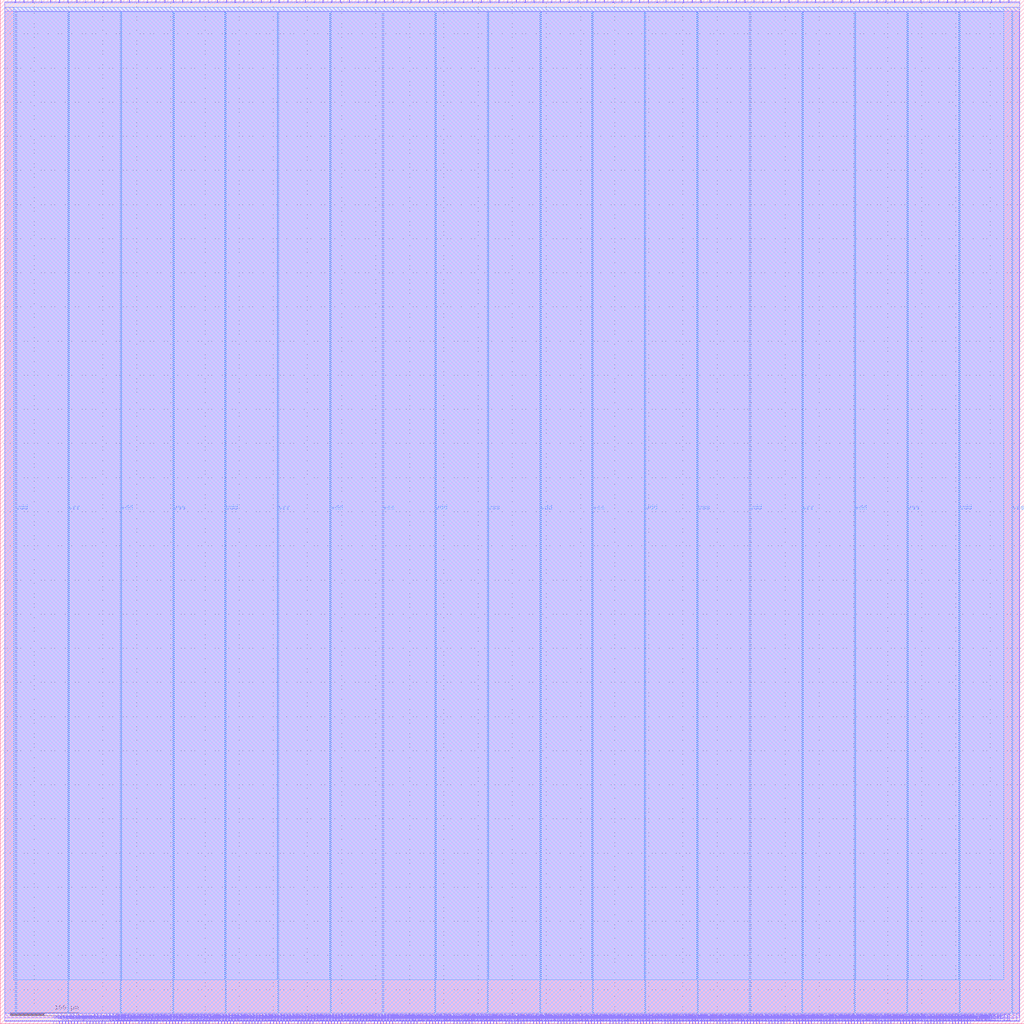
<source format=lef>
VERSION 5.7 ;
  NOWIREEXTENSIONATPIN ON ;
  DIVIDERCHAR "/" ;
  BUSBITCHARS "[]" ;
MACRO vb_wrapper
  CLASS BLOCK ;
  FOREIGN vb_wrapper ;
  ORIGIN 0.000 0.000 ;
  SIZE 1500.000 BY 1500.000 ;
  PIN io_in[0]
    DIRECTION INPUT ;
    USE SIGNAL ;
    PORT
      LAYER Metal2 ;
        RECT 21.840 1496.000 22.400 1500.000 ;
    END
  END io_in[0]
  PIN io_in[10]
    DIRECTION INPUT ;
    USE SIGNAL ;
    PORT
      LAYER Metal2 ;
        RECT 408.240 1496.000 408.800 1500.000 ;
    END
  END io_in[10]
  PIN io_in[11]
    DIRECTION INPUT ;
    USE SIGNAL ;
    PORT
      LAYER Metal2 ;
        RECT 446.880 1496.000 447.440 1500.000 ;
    END
  END io_in[11]
  PIN io_in[12]
    DIRECTION INPUT ;
    USE SIGNAL ;
    PORT
      LAYER Metal2 ;
        RECT 485.520 1496.000 486.080 1500.000 ;
    END
  END io_in[12]
  PIN io_in[13]
    DIRECTION INPUT ;
    USE SIGNAL ;
    PORT
      LAYER Metal2 ;
        RECT 524.160 1496.000 524.720 1500.000 ;
    END
  END io_in[13]
  PIN io_in[14]
    DIRECTION INPUT ;
    USE SIGNAL ;
    PORT
      LAYER Metal2 ;
        RECT 562.800 1496.000 563.360 1500.000 ;
    END
  END io_in[14]
  PIN io_in[15]
    DIRECTION INPUT ;
    USE SIGNAL ;
    PORT
      LAYER Metal2 ;
        RECT 601.440 1496.000 602.000 1500.000 ;
    END
  END io_in[15]
  PIN io_in[16]
    DIRECTION INPUT ;
    USE SIGNAL ;
    PORT
      LAYER Metal2 ;
        RECT 640.080 1496.000 640.640 1500.000 ;
    END
  END io_in[16]
  PIN io_in[17]
    DIRECTION INPUT ;
    USE SIGNAL ;
    PORT
      LAYER Metal2 ;
        RECT 678.720 1496.000 679.280 1500.000 ;
    END
  END io_in[17]
  PIN io_in[18]
    DIRECTION INPUT ;
    USE SIGNAL ;
    PORT
      LAYER Metal2 ;
        RECT 717.360 1496.000 717.920 1500.000 ;
    END
  END io_in[18]
  PIN io_in[19]
    DIRECTION INPUT ;
    USE SIGNAL ;
    PORT
      LAYER Metal2 ;
        RECT 756.000 1496.000 756.560 1500.000 ;
    END
  END io_in[19]
  PIN io_in[1]
    DIRECTION INPUT ;
    USE SIGNAL ;
    PORT
      LAYER Metal2 ;
        RECT 60.480 1496.000 61.040 1500.000 ;
    END
  END io_in[1]
  PIN io_in[20]
    DIRECTION INPUT ;
    USE SIGNAL ;
    PORT
      LAYER Metal2 ;
        RECT 794.640 1496.000 795.200 1500.000 ;
    END
  END io_in[20]
  PIN io_in[21]
    DIRECTION INPUT ;
    USE SIGNAL ;
    PORT
      LAYER Metal2 ;
        RECT 833.280 1496.000 833.840 1500.000 ;
    END
  END io_in[21]
  PIN io_in[22]
    DIRECTION INPUT ;
    USE SIGNAL ;
    PORT
      LAYER Metal2 ;
        RECT 871.920 1496.000 872.480 1500.000 ;
    END
  END io_in[22]
  PIN io_in[23]
    DIRECTION INPUT ;
    USE SIGNAL ;
    PORT
      LAYER Metal2 ;
        RECT 910.560 1496.000 911.120 1500.000 ;
    END
  END io_in[23]
  PIN io_in[24]
    DIRECTION INPUT ;
    USE SIGNAL ;
    PORT
      LAYER Metal2 ;
        RECT 949.200 1496.000 949.760 1500.000 ;
    END
  END io_in[24]
  PIN io_in[25]
    DIRECTION INPUT ;
    USE SIGNAL ;
    PORT
      LAYER Metal2 ;
        RECT 987.840 1496.000 988.400 1500.000 ;
    END
  END io_in[25]
  PIN io_in[26]
    DIRECTION INPUT ;
    USE SIGNAL ;
    PORT
      LAYER Metal2 ;
        RECT 1026.480 1496.000 1027.040 1500.000 ;
    END
  END io_in[26]
  PIN io_in[27]
    DIRECTION INPUT ;
    USE SIGNAL ;
    PORT
      LAYER Metal2 ;
        RECT 1065.120 1496.000 1065.680 1500.000 ;
    END
  END io_in[27]
  PIN io_in[28]
    DIRECTION INPUT ;
    USE SIGNAL ;
    PORT
      LAYER Metal2 ;
        RECT 1103.760 1496.000 1104.320 1500.000 ;
    END
  END io_in[28]
  PIN io_in[29]
    DIRECTION INPUT ;
    USE SIGNAL ;
    PORT
      LAYER Metal2 ;
        RECT 1142.400 1496.000 1142.960 1500.000 ;
    END
  END io_in[29]
  PIN io_in[2]
    DIRECTION INPUT ;
    USE SIGNAL ;
    PORT
      LAYER Metal2 ;
        RECT 99.120 1496.000 99.680 1500.000 ;
    END
  END io_in[2]
  PIN io_in[30]
    DIRECTION INPUT ;
    USE SIGNAL ;
    PORT
      LAYER Metal2 ;
        RECT 1181.040 1496.000 1181.600 1500.000 ;
    END
  END io_in[30]
  PIN io_in[31]
    DIRECTION INPUT ;
    USE SIGNAL ;
    PORT
      LAYER Metal2 ;
        RECT 1219.680 1496.000 1220.240 1500.000 ;
    END
  END io_in[31]
  PIN io_in[32]
    DIRECTION INPUT ;
    USE SIGNAL ;
    PORT
      LAYER Metal2 ;
        RECT 1258.320 1496.000 1258.880 1500.000 ;
    END
  END io_in[32]
  PIN io_in[33]
    DIRECTION INPUT ;
    USE SIGNAL ;
    PORT
      LAYER Metal2 ;
        RECT 1296.960 1496.000 1297.520 1500.000 ;
    END
  END io_in[33]
  PIN io_in[34]
    DIRECTION INPUT ;
    USE SIGNAL ;
    PORT
      LAYER Metal2 ;
        RECT 1335.600 1496.000 1336.160 1500.000 ;
    END
  END io_in[34]
  PIN io_in[35]
    DIRECTION INPUT ;
    USE SIGNAL ;
    PORT
      LAYER Metal2 ;
        RECT 1374.240 1496.000 1374.800 1500.000 ;
    END
  END io_in[35]
  PIN io_in[36]
    DIRECTION INPUT ;
    USE SIGNAL ;
    PORT
      LAYER Metal2 ;
        RECT 1412.880 1496.000 1413.440 1500.000 ;
    END
  END io_in[36]
  PIN io_in[37]
    DIRECTION INPUT ;
    USE SIGNAL ;
    PORT
      LAYER Metal2 ;
        RECT 1451.520 1496.000 1452.080 1500.000 ;
    END
  END io_in[37]
  PIN io_in[3]
    DIRECTION INPUT ;
    USE SIGNAL ;
    PORT
      LAYER Metal2 ;
        RECT 137.760 1496.000 138.320 1500.000 ;
    END
  END io_in[3]
  PIN io_in[4]
    DIRECTION INPUT ;
    USE SIGNAL ;
    PORT
      LAYER Metal2 ;
        RECT 176.400 1496.000 176.960 1500.000 ;
    END
  END io_in[4]
  PIN io_in[5]
    DIRECTION INPUT ;
    USE SIGNAL ;
    PORT
      LAYER Metal2 ;
        RECT 215.040 1496.000 215.600 1500.000 ;
    END
  END io_in[5]
  PIN io_in[6]
    DIRECTION INPUT ;
    USE SIGNAL ;
    PORT
      LAYER Metal2 ;
        RECT 253.680 1496.000 254.240 1500.000 ;
    END
  END io_in[6]
  PIN io_in[7]
    DIRECTION INPUT ;
    USE SIGNAL ;
    PORT
      LAYER Metal2 ;
        RECT 292.320 1496.000 292.880 1500.000 ;
    END
  END io_in[7]
  PIN io_in[8]
    DIRECTION INPUT ;
    USE SIGNAL ;
    PORT
      LAYER Metal2 ;
        RECT 330.960 1496.000 331.520 1500.000 ;
    END
  END io_in[8]
  PIN io_in[9]
    DIRECTION INPUT ;
    USE SIGNAL ;
    PORT
      LAYER Metal2 ;
        RECT 369.600 1496.000 370.160 1500.000 ;
    END
  END io_in[9]
  PIN io_oeb[0]
    DIRECTION OUTPUT TRISTATE ;
    USE SIGNAL ;
    PORT
      LAYER Metal2 ;
        RECT 34.720 1496.000 35.280 1500.000 ;
    END
  END io_oeb[0]
  PIN io_oeb[10]
    DIRECTION OUTPUT TRISTATE ;
    USE SIGNAL ;
    PORT
      LAYER Metal2 ;
        RECT 421.120 1496.000 421.680 1500.000 ;
    END
  END io_oeb[10]
  PIN io_oeb[11]
    DIRECTION OUTPUT TRISTATE ;
    USE SIGNAL ;
    PORT
      LAYER Metal2 ;
        RECT 459.760 1496.000 460.320 1500.000 ;
    END
  END io_oeb[11]
  PIN io_oeb[12]
    DIRECTION OUTPUT TRISTATE ;
    USE SIGNAL ;
    PORT
      LAYER Metal2 ;
        RECT 498.400 1496.000 498.960 1500.000 ;
    END
  END io_oeb[12]
  PIN io_oeb[13]
    DIRECTION OUTPUT TRISTATE ;
    USE SIGNAL ;
    PORT
      LAYER Metal2 ;
        RECT 537.040 1496.000 537.600 1500.000 ;
    END
  END io_oeb[13]
  PIN io_oeb[14]
    DIRECTION OUTPUT TRISTATE ;
    USE SIGNAL ;
    PORT
      LAYER Metal2 ;
        RECT 575.680 1496.000 576.240 1500.000 ;
    END
  END io_oeb[14]
  PIN io_oeb[15]
    DIRECTION OUTPUT TRISTATE ;
    USE SIGNAL ;
    PORT
      LAYER Metal2 ;
        RECT 614.320 1496.000 614.880 1500.000 ;
    END
  END io_oeb[15]
  PIN io_oeb[16]
    DIRECTION OUTPUT TRISTATE ;
    USE SIGNAL ;
    PORT
      LAYER Metal2 ;
        RECT 652.960 1496.000 653.520 1500.000 ;
    END
  END io_oeb[16]
  PIN io_oeb[17]
    DIRECTION OUTPUT TRISTATE ;
    USE SIGNAL ;
    PORT
      LAYER Metal2 ;
        RECT 691.600 1496.000 692.160 1500.000 ;
    END
  END io_oeb[17]
  PIN io_oeb[18]
    DIRECTION OUTPUT TRISTATE ;
    USE SIGNAL ;
    PORT
      LAYER Metal2 ;
        RECT 730.240 1496.000 730.800 1500.000 ;
    END
  END io_oeb[18]
  PIN io_oeb[19]
    DIRECTION OUTPUT TRISTATE ;
    USE SIGNAL ;
    PORT
      LAYER Metal2 ;
        RECT 768.880 1496.000 769.440 1500.000 ;
    END
  END io_oeb[19]
  PIN io_oeb[1]
    DIRECTION OUTPUT TRISTATE ;
    USE SIGNAL ;
    PORT
      LAYER Metal2 ;
        RECT 73.360 1496.000 73.920 1500.000 ;
    END
  END io_oeb[1]
  PIN io_oeb[20]
    DIRECTION OUTPUT TRISTATE ;
    USE SIGNAL ;
    PORT
      LAYER Metal2 ;
        RECT 807.520 1496.000 808.080 1500.000 ;
    END
  END io_oeb[20]
  PIN io_oeb[21]
    DIRECTION OUTPUT TRISTATE ;
    USE SIGNAL ;
    PORT
      LAYER Metal2 ;
        RECT 846.160 1496.000 846.720 1500.000 ;
    END
  END io_oeb[21]
  PIN io_oeb[22]
    DIRECTION OUTPUT TRISTATE ;
    USE SIGNAL ;
    PORT
      LAYER Metal2 ;
        RECT 884.800 1496.000 885.360 1500.000 ;
    END
  END io_oeb[22]
  PIN io_oeb[23]
    DIRECTION OUTPUT TRISTATE ;
    USE SIGNAL ;
    PORT
      LAYER Metal2 ;
        RECT 923.440 1496.000 924.000 1500.000 ;
    END
  END io_oeb[23]
  PIN io_oeb[24]
    DIRECTION OUTPUT TRISTATE ;
    USE SIGNAL ;
    PORT
      LAYER Metal2 ;
        RECT 962.080 1496.000 962.640 1500.000 ;
    END
  END io_oeb[24]
  PIN io_oeb[25]
    DIRECTION OUTPUT TRISTATE ;
    USE SIGNAL ;
    PORT
      LAYER Metal2 ;
        RECT 1000.720 1496.000 1001.280 1500.000 ;
    END
  END io_oeb[25]
  PIN io_oeb[26]
    DIRECTION OUTPUT TRISTATE ;
    USE SIGNAL ;
    PORT
      LAYER Metal2 ;
        RECT 1039.360 1496.000 1039.920 1500.000 ;
    END
  END io_oeb[26]
  PIN io_oeb[27]
    DIRECTION OUTPUT TRISTATE ;
    USE SIGNAL ;
    PORT
      LAYER Metal2 ;
        RECT 1078.000 1496.000 1078.560 1500.000 ;
    END
  END io_oeb[27]
  PIN io_oeb[28]
    DIRECTION OUTPUT TRISTATE ;
    USE SIGNAL ;
    PORT
      LAYER Metal2 ;
        RECT 1116.640 1496.000 1117.200 1500.000 ;
    END
  END io_oeb[28]
  PIN io_oeb[29]
    DIRECTION OUTPUT TRISTATE ;
    USE SIGNAL ;
    PORT
      LAYER Metal2 ;
        RECT 1155.280 1496.000 1155.840 1500.000 ;
    END
  END io_oeb[29]
  PIN io_oeb[2]
    DIRECTION OUTPUT TRISTATE ;
    USE SIGNAL ;
    PORT
      LAYER Metal2 ;
        RECT 112.000 1496.000 112.560 1500.000 ;
    END
  END io_oeb[2]
  PIN io_oeb[30]
    DIRECTION OUTPUT TRISTATE ;
    USE SIGNAL ;
    PORT
      LAYER Metal2 ;
        RECT 1193.920 1496.000 1194.480 1500.000 ;
    END
  END io_oeb[30]
  PIN io_oeb[31]
    DIRECTION OUTPUT TRISTATE ;
    USE SIGNAL ;
    PORT
      LAYER Metal2 ;
        RECT 1232.560 1496.000 1233.120 1500.000 ;
    END
  END io_oeb[31]
  PIN io_oeb[32]
    DIRECTION OUTPUT TRISTATE ;
    USE SIGNAL ;
    PORT
      LAYER Metal2 ;
        RECT 1271.200 1496.000 1271.760 1500.000 ;
    END
  END io_oeb[32]
  PIN io_oeb[33]
    DIRECTION OUTPUT TRISTATE ;
    USE SIGNAL ;
    PORT
      LAYER Metal2 ;
        RECT 1309.840 1496.000 1310.400 1500.000 ;
    END
  END io_oeb[33]
  PIN io_oeb[34]
    DIRECTION OUTPUT TRISTATE ;
    USE SIGNAL ;
    PORT
      LAYER Metal2 ;
        RECT 1348.480 1496.000 1349.040 1500.000 ;
    END
  END io_oeb[34]
  PIN io_oeb[35]
    DIRECTION OUTPUT TRISTATE ;
    USE SIGNAL ;
    PORT
      LAYER Metal2 ;
        RECT 1387.120 1496.000 1387.680 1500.000 ;
    END
  END io_oeb[35]
  PIN io_oeb[36]
    DIRECTION OUTPUT TRISTATE ;
    USE SIGNAL ;
    PORT
      LAYER Metal2 ;
        RECT 1425.760 1496.000 1426.320 1500.000 ;
    END
  END io_oeb[36]
  PIN io_oeb[37]
    DIRECTION OUTPUT TRISTATE ;
    USE SIGNAL ;
    PORT
      LAYER Metal2 ;
        RECT 1464.400 1496.000 1464.960 1500.000 ;
    END
  END io_oeb[37]
  PIN io_oeb[3]
    DIRECTION OUTPUT TRISTATE ;
    USE SIGNAL ;
    PORT
      LAYER Metal2 ;
        RECT 150.640 1496.000 151.200 1500.000 ;
    END
  END io_oeb[3]
  PIN io_oeb[4]
    DIRECTION OUTPUT TRISTATE ;
    USE SIGNAL ;
    PORT
      LAYER Metal2 ;
        RECT 189.280 1496.000 189.840 1500.000 ;
    END
  END io_oeb[4]
  PIN io_oeb[5]
    DIRECTION OUTPUT TRISTATE ;
    USE SIGNAL ;
    PORT
      LAYER Metal2 ;
        RECT 227.920 1496.000 228.480 1500.000 ;
    END
  END io_oeb[5]
  PIN io_oeb[6]
    DIRECTION OUTPUT TRISTATE ;
    USE SIGNAL ;
    PORT
      LAYER Metal2 ;
        RECT 266.560 1496.000 267.120 1500.000 ;
    END
  END io_oeb[6]
  PIN io_oeb[7]
    DIRECTION OUTPUT TRISTATE ;
    USE SIGNAL ;
    PORT
      LAYER Metal2 ;
        RECT 305.200 1496.000 305.760 1500.000 ;
    END
  END io_oeb[7]
  PIN io_oeb[8]
    DIRECTION OUTPUT TRISTATE ;
    USE SIGNAL ;
    PORT
      LAYER Metal2 ;
        RECT 343.840 1496.000 344.400 1500.000 ;
    END
  END io_oeb[8]
  PIN io_oeb[9]
    DIRECTION OUTPUT TRISTATE ;
    USE SIGNAL ;
    PORT
      LAYER Metal2 ;
        RECT 382.480 1496.000 383.040 1500.000 ;
    END
  END io_oeb[9]
  PIN io_out[0]
    DIRECTION OUTPUT TRISTATE ;
    USE SIGNAL ;
    PORT
      LAYER Metal2 ;
        RECT 47.600 1496.000 48.160 1500.000 ;
    END
  END io_out[0]
  PIN io_out[10]
    DIRECTION OUTPUT TRISTATE ;
    USE SIGNAL ;
    PORT
      LAYER Metal2 ;
        RECT 434.000 1496.000 434.560 1500.000 ;
    END
  END io_out[10]
  PIN io_out[11]
    DIRECTION OUTPUT TRISTATE ;
    USE SIGNAL ;
    PORT
      LAYER Metal2 ;
        RECT 472.640 1496.000 473.200 1500.000 ;
    END
  END io_out[11]
  PIN io_out[12]
    DIRECTION OUTPUT TRISTATE ;
    USE SIGNAL ;
    PORT
      LAYER Metal2 ;
        RECT 511.280 1496.000 511.840 1500.000 ;
    END
  END io_out[12]
  PIN io_out[13]
    DIRECTION OUTPUT TRISTATE ;
    USE SIGNAL ;
    PORT
      LAYER Metal2 ;
        RECT 549.920 1496.000 550.480 1500.000 ;
    END
  END io_out[13]
  PIN io_out[14]
    DIRECTION OUTPUT TRISTATE ;
    USE SIGNAL ;
    PORT
      LAYER Metal2 ;
        RECT 588.560 1496.000 589.120 1500.000 ;
    END
  END io_out[14]
  PIN io_out[15]
    DIRECTION OUTPUT TRISTATE ;
    USE SIGNAL ;
    PORT
      LAYER Metal2 ;
        RECT 627.200 1496.000 627.760 1500.000 ;
    END
  END io_out[15]
  PIN io_out[16]
    DIRECTION OUTPUT TRISTATE ;
    USE SIGNAL ;
    PORT
      LAYER Metal2 ;
        RECT 665.840 1496.000 666.400 1500.000 ;
    END
  END io_out[16]
  PIN io_out[17]
    DIRECTION OUTPUT TRISTATE ;
    USE SIGNAL ;
    PORT
      LAYER Metal2 ;
        RECT 704.480 1496.000 705.040 1500.000 ;
    END
  END io_out[17]
  PIN io_out[18]
    DIRECTION OUTPUT TRISTATE ;
    USE SIGNAL ;
    PORT
      LAYER Metal2 ;
        RECT 743.120 1496.000 743.680 1500.000 ;
    END
  END io_out[18]
  PIN io_out[19]
    DIRECTION OUTPUT TRISTATE ;
    USE SIGNAL ;
    PORT
      LAYER Metal2 ;
        RECT 781.760 1496.000 782.320 1500.000 ;
    END
  END io_out[19]
  PIN io_out[1]
    DIRECTION OUTPUT TRISTATE ;
    USE SIGNAL ;
    PORT
      LAYER Metal2 ;
        RECT 86.240 1496.000 86.800 1500.000 ;
    END
  END io_out[1]
  PIN io_out[20]
    DIRECTION OUTPUT TRISTATE ;
    USE SIGNAL ;
    PORT
      LAYER Metal2 ;
        RECT 820.400 1496.000 820.960 1500.000 ;
    END
  END io_out[20]
  PIN io_out[21]
    DIRECTION OUTPUT TRISTATE ;
    USE SIGNAL ;
    PORT
      LAYER Metal2 ;
        RECT 859.040 1496.000 859.600 1500.000 ;
    END
  END io_out[21]
  PIN io_out[22]
    DIRECTION OUTPUT TRISTATE ;
    USE SIGNAL ;
    PORT
      LAYER Metal2 ;
        RECT 897.680 1496.000 898.240 1500.000 ;
    END
  END io_out[22]
  PIN io_out[23]
    DIRECTION OUTPUT TRISTATE ;
    USE SIGNAL ;
    PORT
      LAYER Metal2 ;
        RECT 936.320 1496.000 936.880 1500.000 ;
    END
  END io_out[23]
  PIN io_out[24]
    DIRECTION OUTPUT TRISTATE ;
    USE SIGNAL ;
    PORT
      LAYER Metal2 ;
        RECT 974.960 1496.000 975.520 1500.000 ;
    END
  END io_out[24]
  PIN io_out[25]
    DIRECTION OUTPUT TRISTATE ;
    USE SIGNAL ;
    PORT
      LAYER Metal2 ;
        RECT 1013.600 1496.000 1014.160 1500.000 ;
    END
  END io_out[25]
  PIN io_out[26]
    DIRECTION OUTPUT TRISTATE ;
    USE SIGNAL ;
    PORT
      LAYER Metal2 ;
        RECT 1052.240 1496.000 1052.800 1500.000 ;
    END
  END io_out[26]
  PIN io_out[27]
    DIRECTION OUTPUT TRISTATE ;
    USE SIGNAL ;
    PORT
      LAYER Metal2 ;
        RECT 1090.880 1496.000 1091.440 1500.000 ;
    END
  END io_out[27]
  PIN io_out[28]
    DIRECTION OUTPUT TRISTATE ;
    USE SIGNAL ;
    PORT
      LAYER Metal2 ;
        RECT 1129.520 1496.000 1130.080 1500.000 ;
    END
  END io_out[28]
  PIN io_out[29]
    DIRECTION OUTPUT TRISTATE ;
    USE SIGNAL ;
    PORT
      LAYER Metal2 ;
        RECT 1168.160 1496.000 1168.720 1500.000 ;
    END
  END io_out[29]
  PIN io_out[2]
    DIRECTION OUTPUT TRISTATE ;
    USE SIGNAL ;
    PORT
      LAYER Metal2 ;
        RECT 124.880 1496.000 125.440 1500.000 ;
    END
  END io_out[2]
  PIN io_out[30]
    DIRECTION OUTPUT TRISTATE ;
    USE SIGNAL ;
    PORT
      LAYER Metal2 ;
        RECT 1206.800 1496.000 1207.360 1500.000 ;
    END
  END io_out[30]
  PIN io_out[31]
    DIRECTION OUTPUT TRISTATE ;
    USE SIGNAL ;
    PORT
      LAYER Metal2 ;
        RECT 1245.440 1496.000 1246.000 1500.000 ;
    END
  END io_out[31]
  PIN io_out[32]
    DIRECTION OUTPUT TRISTATE ;
    USE SIGNAL ;
    PORT
      LAYER Metal2 ;
        RECT 1284.080 1496.000 1284.640 1500.000 ;
    END
  END io_out[32]
  PIN io_out[33]
    DIRECTION OUTPUT TRISTATE ;
    USE SIGNAL ;
    PORT
      LAYER Metal2 ;
        RECT 1322.720 1496.000 1323.280 1500.000 ;
    END
  END io_out[33]
  PIN io_out[34]
    DIRECTION OUTPUT TRISTATE ;
    USE SIGNAL ;
    PORT
      LAYER Metal2 ;
        RECT 1361.360 1496.000 1361.920 1500.000 ;
    END
  END io_out[34]
  PIN io_out[35]
    DIRECTION OUTPUT TRISTATE ;
    USE SIGNAL ;
    PORT
      LAYER Metal2 ;
        RECT 1400.000 1496.000 1400.560 1500.000 ;
    END
  END io_out[35]
  PIN io_out[36]
    DIRECTION OUTPUT TRISTATE ;
    USE SIGNAL ;
    PORT
      LAYER Metal2 ;
        RECT 1438.640 1496.000 1439.200 1500.000 ;
    END
  END io_out[36]
  PIN io_out[37]
    DIRECTION OUTPUT TRISTATE ;
    USE SIGNAL ;
    PORT
      LAYER Metal2 ;
        RECT 1477.280 1496.000 1477.840 1500.000 ;
    END
  END io_out[37]
  PIN io_out[3]
    DIRECTION OUTPUT TRISTATE ;
    USE SIGNAL ;
    PORT
      LAYER Metal2 ;
        RECT 163.520 1496.000 164.080 1500.000 ;
    END
  END io_out[3]
  PIN io_out[4]
    DIRECTION OUTPUT TRISTATE ;
    USE SIGNAL ;
    PORT
      LAYER Metal2 ;
        RECT 202.160 1496.000 202.720 1500.000 ;
    END
  END io_out[4]
  PIN io_out[5]
    DIRECTION OUTPUT TRISTATE ;
    USE SIGNAL ;
    PORT
      LAYER Metal2 ;
        RECT 240.800 1496.000 241.360 1500.000 ;
    END
  END io_out[5]
  PIN io_out[6]
    DIRECTION OUTPUT TRISTATE ;
    USE SIGNAL ;
    PORT
      LAYER Metal2 ;
        RECT 279.440 1496.000 280.000 1500.000 ;
    END
  END io_out[6]
  PIN io_out[7]
    DIRECTION OUTPUT TRISTATE ;
    USE SIGNAL ;
    PORT
      LAYER Metal2 ;
        RECT 318.080 1496.000 318.640 1500.000 ;
    END
  END io_out[7]
  PIN io_out[8]
    DIRECTION OUTPUT TRISTATE ;
    USE SIGNAL ;
    PORT
      LAYER Metal2 ;
        RECT 356.720 1496.000 357.280 1500.000 ;
    END
  END io_out[8]
  PIN io_out[9]
    DIRECTION OUTPUT TRISTATE ;
    USE SIGNAL ;
    PORT
      LAYER Metal2 ;
        RECT 395.360 1496.000 395.920 1500.000 ;
    END
  END io_out[9]
  PIN irq[0]
    DIRECTION OUTPUT TRISTATE ;
    USE SIGNAL ;
    PORT
      LAYER Metal2 ;
        RECT 1412.320 0.000 1412.880 4.000 ;
    END
  END irq[0]
  PIN irq[1]
    DIRECTION OUTPUT TRISTATE ;
    USE SIGNAL ;
    PORT
      LAYER Metal2 ;
        RECT 1416.800 0.000 1417.360 4.000 ;
    END
  END irq[1]
  PIN irq[2]
    DIRECTION OUTPUT TRISTATE ;
    USE SIGNAL ;
    PORT
      LAYER Metal2 ;
        RECT 1421.280 0.000 1421.840 4.000 ;
    END
  END irq[2]
  PIN la_data_in[0]
    DIRECTION INPUT ;
    USE SIGNAL ;
    PORT
      LAYER Metal2 ;
        RECT 552.160 0.000 552.720 4.000 ;
    END
  END la_data_in[0]
  PIN la_data_in[10]
    DIRECTION INPUT ;
    USE SIGNAL ;
    PORT
      LAYER Metal2 ;
        RECT 686.560 0.000 687.120 4.000 ;
    END
  END la_data_in[10]
  PIN la_data_in[11]
    DIRECTION INPUT ;
    USE SIGNAL ;
    PORT
      LAYER Metal2 ;
        RECT 700.000 0.000 700.560 4.000 ;
    END
  END la_data_in[11]
  PIN la_data_in[12]
    DIRECTION INPUT ;
    USE SIGNAL ;
    PORT
      LAYER Metal2 ;
        RECT 713.440 0.000 714.000 4.000 ;
    END
  END la_data_in[12]
  PIN la_data_in[13]
    DIRECTION INPUT ;
    USE SIGNAL ;
    PORT
      LAYER Metal2 ;
        RECT 726.880 0.000 727.440 4.000 ;
    END
  END la_data_in[13]
  PIN la_data_in[14]
    DIRECTION INPUT ;
    USE SIGNAL ;
    PORT
      LAYER Metal2 ;
        RECT 740.320 0.000 740.880 4.000 ;
    END
  END la_data_in[14]
  PIN la_data_in[15]
    DIRECTION INPUT ;
    USE SIGNAL ;
    PORT
      LAYER Metal2 ;
        RECT 753.760 0.000 754.320 4.000 ;
    END
  END la_data_in[15]
  PIN la_data_in[16]
    DIRECTION INPUT ;
    USE SIGNAL ;
    PORT
      LAYER Metal2 ;
        RECT 767.200 0.000 767.760 4.000 ;
    END
  END la_data_in[16]
  PIN la_data_in[17]
    DIRECTION INPUT ;
    USE SIGNAL ;
    PORT
      LAYER Metal2 ;
        RECT 780.640 0.000 781.200 4.000 ;
    END
  END la_data_in[17]
  PIN la_data_in[18]
    DIRECTION INPUT ;
    USE SIGNAL ;
    PORT
      LAYER Metal2 ;
        RECT 794.080 0.000 794.640 4.000 ;
    END
  END la_data_in[18]
  PIN la_data_in[19]
    DIRECTION INPUT ;
    USE SIGNAL ;
    PORT
      LAYER Metal2 ;
        RECT 807.520 0.000 808.080 4.000 ;
    END
  END la_data_in[19]
  PIN la_data_in[1]
    DIRECTION INPUT ;
    USE SIGNAL ;
    PORT
      LAYER Metal2 ;
        RECT 565.600 0.000 566.160 4.000 ;
    END
  END la_data_in[1]
  PIN la_data_in[20]
    DIRECTION INPUT ;
    USE SIGNAL ;
    PORT
      LAYER Metal2 ;
        RECT 820.960 0.000 821.520 4.000 ;
    END
  END la_data_in[20]
  PIN la_data_in[21]
    DIRECTION INPUT ;
    USE SIGNAL ;
    PORT
      LAYER Metal2 ;
        RECT 834.400 0.000 834.960 4.000 ;
    END
  END la_data_in[21]
  PIN la_data_in[22]
    DIRECTION INPUT ;
    USE SIGNAL ;
    PORT
      LAYER Metal2 ;
        RECT 847.840 0.000 848.400 4.000 ;
    END
  END la_data_in[22]
  PIN la_data_in[23]
    DIRECTION INPUT ;
    USE SIGNAL ;
    PORT
      LAYER Metal2 ;
        RECT 861.280 0.000 861.840 4.000 ;
    END
  END la_data_in[23]
  PIN la_data_in[24]
    DIRECTION INPUT ;
    USE SIGNAL ;
    PORT
      LAYER Metal2 ;
        RECT 874.720 0.000 875.280 4.000 ;
    END
  END la_data_in[24]
  PIN la_data_in[25]
    DIRECTION INPUT ;
    USE SIGNAL ;
    PORT
      LAYER Metal2 ;
        RECT 888.160 0.000 888.720 4.000 ;
    END
  END la_data_in[25]
  PIN la_data_in[26]
    DIRECTION INPUT ;
    USE SIGNAL ;
    PORT
      LAYER Metal2 ;
        RECT 901.600 0.000 902.160 4.000 ;
    END
  END la_data_in[26]
  PIN la_data_in[27]
    DIRECTION INPUT ;
    USE SIGNAL ;
    PORT
      LAYER Metal2 ;
        RECT 915.040 0.000 915.600 4.000 ;
    END
  END la_data_in[27]
  PIN la_data_in[28]
    DIRECTION INPUT ;
    USE SIGNAL ;
    PORT
      LAYER Metal2 ;
        RECT 928.480 0.000 929.040 4.000 ;
    END
  END la_data_in[28]
  PIN la_data_in[29]
    DIRECTION INPUT ;
    USE SIGNAL ;
    PORT
      LAYER Metal2 ;
        RECT 941.920 0.000 942.480 4.000 ;
    END
  END la_data_in[29]
  PIN la_data_in[2]
    DIRECTION INPUT ;
    USE SIGNAL ;
    PORT
      LAYER Metal2 ;
        RECT 579.040 0.000 579.600 4.000 ;
    END
  END la_data_in[2]
  PIN la_data_in[30]
    DIRECTION INPUT ;
    USE SIGNAL ;
    PORT
      LAYER Metal2 ;
        RECT 955.360 0.000 955.920 4.000 ;
    END
  END la_data_in[30]
  PIN la_data_in[31]
    DIRECTION INPUT ;
    USE SIGNAL ;
    PORT
      LAYER Metal2 ;
        RECT 968.800 0.000 969.360 4.000 ;
    END
  END la_data_in[31]
  PIN la_data_in[32]
    DIRECTION INPUT ;
    USE SIGNAL ;
    PORT
      LAYER Metal2 ;
        RECT 982.240 0.000 982.800 4.000 ;
    END
  END la_data_in[32]
  PIN la_data_in[33]
    DIRECTION INPUT ;
    USE SIGNAL ;
    PORT
      LAYER Metal2 ;
        RECT 995.680 0.000 996.240 4.000 ;
    END
  END la_data_in[33]
  PIN la_data_in[34]
    DIRECTION INPUT ;
    USE SIGNAL ;
    PORT
      LAYER Metal2 ;
        RECT 1009.120 0.000 1009.680 4.000 ;
    END
  END la_data_in[34]
  PIN la_data_in[35]
    DIRECTION INPUT ;
    USE SIGNAL ;
    PORT
      LAYER Metal2 ;
        RECT 1022.560 0.000 1023.120 4.000 ;
    END
  END la_data_in[35]
  PIN la_data_in[36]
    DIRECTION INPUT ;
    USE SIGNAL ;
    PORT
      LAYER Metal2 ;
        RECT 1036.000 0.000 1036.560 4.000 ;
    END
  END la_data_in[36]
  PIN la_data_in[37]
    DIRECTION INPUT ;
    USE SIGNAL ;
    PORT
      LAYER Metal2 ;
        RECT 1049.440 0.000 1050.000 4.000 ;
    END
  END la_data_in[37]
  PIN la_data_in[38]
    DIRECTION INPUT ;
    USE SIGNAL ;
    PORT
      LAYER Metal2 ;
        RECT 1062.880 0.000 1063.440 4.000 ;
    END
  END la_data_in[38]
  PIN la_data_in[39]
    DIRECTION INPUT ;
    USE SIGNAL ;
    PORT
      LAYER Metal2 ;
        RECT 1076.320 0.000 1076.880 4.000 ;
    END
  END la_data_in[39]
  PIN la_data_in[3]
    DIRECTION INPUT ;
    USE SIGNAL ;
    PORT
      LAYER Metal2 ;
        RECT 592.480 0.000 593.040 4.000 ;
    END
  END la_data_in[3]
  PIN la_data_in[40]
    DIRECTION INPUT ;
    USE SIGNAL ;
    PORT
      LAYER Metal2 ;
        RECT 1089.760 0.000 1090.320 4.000 ;
    END
  END la_data_in[40]
  PIN la_data_in[41]
    DIRECTION INPUT ;
    USE SIGNAL ;
    PORT
      LAYER Metal2 ;
        RECT 1103.200 0.000 1103.760 4.000 ;
    END
  END la_data_in[41]
  PIN la_data_in[42]
    DIRECTION INPUT ;
    USE SIGNAL ;
    PORT
      LAYER Metal2 ;
        RECT 1116.640 0.000 1117.200 4.000 ;
    END
  END la_data_in[42]
  PIN la_data_in[43]
    DIRECTION INPUT ;
    USE SIGNAL ;
    PORT
      LAYER Metal2 ;
        RECT 1130.080 0.000 1130.640 4.000 ;
    END
  END la_data_in[43]
  PIN la_data_in[44]
    DIRECTION INPUT ;
    USE SIGNAL ;
    PORT
      LAYER Metal2 ;
        RECT 1143.520 0.000 1144.080 4.000 ;
    END
  END la_data_in[44]
  PIN la_data_in[45]
    DIRECTION INPUT ;
    USE SIGNAL ;
    PORT
      LAYER Metal2 ;
        RECT 1156.960 0.000 1157.520 4.000 ;
    END
  END la_data_in[45]
  PIN la_data_in[46]
    DIRECTION INPUT ;
    USE SIGNAL ;
    PORT
      LAYER Metal2 ;
        RECT 1170.400 0.000 1170.960 4.000 ;
    END
  END la_data_in[46]
  PIN la_data_in[47]
    DIRECTION INPUT ;
    USE SIGNAL ;
    PORT
      LAYER Metal2 ;
        RECT 1183.840 0.000 1184.400 4.000 ;
    END
  END la_data_in[47]
  PIN la_data_in[48]
    DIRECTION INPUT ;
    USE SIGNAL ;
    PORT
      LAYER Metal2 ;
        RECT 1197.280 0.000 1197.840 4.000 ;
    END
  END la_data_in[48]
  PIN la_data_in[49]
    DIRECTION INPUT ;
    USE SIGNAL ;
    PORT
      LAYER Metal2 ;
        RECT 1210.720 0.000 1211.280 4.000 ;
    END
  END la_data_in[49]
  PIN la_data_in[4]
    DIRECTION INPUT ;
    USE SIGNAL ;
    PORT
      LAYER Metal2 ;
        RECT 605.920 0.000 606.480 4.000 ;
    END
  END la_data_in[4]
  PIN la_data_in[50]
    DIRECTION INPUT ;
    USE SIGNAL ;
    PORT
      LAYER Metal2 ;
        RECT 1224.160 0.000 1224.720 4.000 ;
    END
  END la_data_in[50]
  PIN la_data_in[51]
    DIRECTION INPUT ;
    USE SIGNAL ;
    PORT
      LAYER Metal2 ;
        RECT 1237.600 0.000 1238.160 4.000 ;
    END
  END la_data_in[51]
  PIN la_data_in[52]
    DIRECTION INPUT ;
    USE SIGNAL ;
    PORT
      LAYER Metal2 ;
        RECT 1251.040 0.000 1251.600 4.000 ;
    END
  END la_data_in[52]
  PIN la_data_in[53]
    DIRECTION INPUT ;
    USE SIGNAL ;
    PORT
      LAYER Metal2 ;
        RECT 1264.480 0.000 1265.040 4.000 ;
    END
  END la_data_in[53]
  PIN la_data_in[54]
    DIRECTION INPUT ;
    USE SIGNAL ;
    PORT
      LAYER Metal2 ;
        RECT 1277.920 0.000 1278.480 4.000 ;
    END
  END la_data_in[54]
  PIN la_data_in[55]
    DIRECTION INPUT ;
    USE SIGNAL ;
    PORT
      LAYER Metal2 ;
        RECT 1291.360 0.000 1291.920 4.000 ;
    END
  END la_data_in[55]
  PIN la_data_in[56]
    DIRECTION INPUT ;
    USE SIGNAL ;
    PORT
      LAYER Metal2 ;
        RECT 1304.800 0.000 1305.360 4.000 ;
    END
  END la_data_in[56]
  PIN la_data_in[57]
    DIRECTION INPUT ;
    USE SIGNAL ;
    PORT
      LAYER Metal2 ;
        RECT 1318.240 0.000 1318.800 4.000 ;
    END
  END la_data_in[57]
  PIN la_data_in[58]
    DIRECTION INPUT ;
    USE SIGNAL ;
    PORT
      LAYER Metal2 ;
        RECT 1331.680 0.000 1332.240 4.000 ;
    END
  END la_data_in[58]
  PIN la_data_in[59]
    DIRECTION INPUT ;
    USE SIGNAL ;
    PORT
      LAYER Metal2 ;
        RECT 1345.120 0.000 1345.680 4.000 ;
    END
  END la_data_in[59]
  PIN la_data_in[5]
    DIRECTION INPUT ;
    USE SIGNAL ;
    PORT
      LAYER Metal2 ;
        RECT 619.360 0.000 619.920 4.000 ;
    END
  END la_data_in[5]
  PIN la_data_in[60]
    DIRECTION INPUT ;
    USE SIGNAL ;
    PORT
      LAYER Metal2 ;
        RECT 1358.560 0.000 1359.120 4.000 ;
    END
  END la_data_in[60]
  PIN la_data_in[61]
    DIRECTION INPUT ;
    USE SIGNAL ;
    PORT
      LAYER Metal2 ;
        RECT 1372.000 0.000 1372.560 4.000 ;
    END
  END la_data_in[61]
  PIN la_data_in[62]
    DIRECTION INPUT ;
    USE SIGNAL ;
    PORT
      LAYER Metal2 ;
        RECT 1385.440 0.000 1386.000 4.000 ;
    END
  END la_data_in[62]
  PIN la_data_in[63]
    DIRECTION INPUT ;
    USE SIGNAL ;
    PORT
      LAYER Metal2 ;
        RECT 1398.880 0.000 1399.440 4.000 ;
    END
  END la_data_in[63]
  PIN la_data_in[6]
    DIRECTION INPUT ;
    USE SIGNAL ;
    PORT
      LAYER Metal2 ;
        RECT 632.800 0.000 633.360 4.000 ;
    END
  END la_data_in[6]
  PIN la_data_in[7]
    DIRECTION INPUT ;
    USE SIGNAL ;
    PORT
      LAYER Metal2 ;
        RECT 646.240 0.000 646.800 4.000 ;
    END
  END la_data_in[7]
  PIN la_data_in[8]
    DIRECTION INPUT ;
    USE SIGNAL ;
    PORT
      LAYER Metal2 ;
        RECT 659.680 0.000 660.240 4.000 ;
    END
  END la_data_in[8]
  PIN la_data_in[9]
    DIRECTION INPUT ;
    USE SIGNAL ;
    PORT
      LAYER Metal2 ;
        RECT 673.120 0.000 673.680 4.000 ;
    END
  END la_data_in[9]
  PIN la_data_out[0]
    DIRECTION OUTPUT TRISTATE ;
    USE SIGNAL ;
    PORT
      LAYER Metal2 ;
        RECT 556.640 0.000 557.200 4.000 ;
    END
  END la_data_out[0]
  PIN la_data_out[10]
    DIRECTION OUTPUT TRISTATE ;
    USE SIGNAL ;
    PORT
      LAYER Metal2 ;
        RECT 691.040 0.000 691.600 4.000 ;
    END
  END la_data_out[10]
  PIN la_data_out[11]
    DIRECTION OUTPUT TRISTATE ;
    USE SIGNAL ;
    PORT
      LAYER Metal2 ;
        RECT 704.480 0.000 705.040 4.000 ;
    END
  END la_data_out[11]
  PIN la_data_out[12]
    DIRECTION OUTPUT TRISTATE ;
    USE SIGNAL ;
    PORT
      LAYER Metal2 ;
        RECT 717.920 0.000 718.480 4.000 ;
    END
  END la_data_out[12]
  PIN la_data_out[13]
    DIRECTION OUTPUT TRISTATE ;
    USE SIGNAL ;
    PORT
      LAYER Metal2 ;
        RECT 731.360 0.000 731.920 4.000 ;
    END
  END la_data_out[13]
  PIN la_data_out[14]
    DIRECTION OUTPUT TRISTATE ;
    USE SIGNAL ;
    PORT
      LAYER Metal2 ;
        RECT 744.800 0.000 745.360 4.000 ;
    END
  END la_data_out[14]
  PIN la_data_out[15]
    DIRECTION OUTPUT TRISTATE ;
    USE SIGNAL ;
    PORT
      LAYER Metal2 ;
        RECT 758.240 0.000 758.800 4.000 ;
    END
  END la_data_out[15]
  PIN la_data_out[16]
    DIRECTION OUTPUT TRISTATE ;
    USE SIGNAL ;
    PORT
      LAYER Metal2 ;
        RECT 771.680 0.000 772.240 4.000 ;
    END
  END la_data_out[16]
  PIN la_data_out[17]
    DIRECTION OUTPUT TRISTATE ;
    USE SIGNAL ;
    PORT
      LAYER Metal2 ;
        RECT 785.120 0.000 785.680 4.000 ;
    END
  END la_data_out[17]
  PIN la_data_out[18]
    DIRECTION OUTPUT TRISTATE ;
    USE SIGNAL ;
    PORT
      LAYER Metal2 ;
        RECT 798.560 0.000 799.120 4.000 ;
    END
  END la_data_out[18]
  PIN la_data_out[19]
    DIRECTION OUTPUT TRISTATE ;
    USE SIGNAL ;
    PORT
      LAYER Metal2 ;
        RECT 812.000 0.000 812.560 4.000 ;
    END
  END la_data_out[19]
  PIN la_data_out[1]
    DIRECTION OUTPUT TRISTATE ;
    USE SIGNAL ;
    PORT
      LAYER Metal2 ;
        RECT 570.080 0.000 570.640 4.000 ;
    END
  END la_data_out[1]
  PIN la_data_out[20]
    DIRECTION OUTPUT TRISTATE ;
    USE SIGNAL ;
    PORT
      LAYER Metal2 ;
        RECT 825.440 0.000 826.000 4.000 ;
    END
  END la_data_out[20]
  PIN la_data_out[21]
    DIRECTION OUTPUT TRISTATE ;
    USE SIGNAL ;
    PORT
      LAYER Metal2 ;
        RECT 838.880 0.000 839.440 4.000 ;
    END
  END la_data_out[21]
  PIN la_data_out[22]
    DIRECTION OUTPUT TRISTATE ;
    USE SIGNAL ;
    PORT
      LAYER Metal2 ;
        RECT 852.320 0.000 852.880 4.000 ;
    END
  END la_data_out[22]
  PIN la_data_out[23]
    DIRECTION OUTPUT TRISTATE ;
    USE SIGNAL ;
    PORT
      LAYER Metal2 ;
        RECT 865.760 0.000 866.320 4.000 ;
    END
  END la_data_out[23]
  PIN la_data_out[24]
    DIRECTION OUTPUT TRISTATE ;
    USE SIGNAL ;
    PORT
      LAYER Metal2 ;
        RECT 879.200 0.000 879.760 4.000 ;
    END
  END la_data_out[24]
  PIN la_data_out[25]
    DIRECTION OUTPUT TRISTATE ;
    USE SIGNAL ;
    PORT
      LAYER Metal2 ;
        RECT 892.640 0.000 893.200 4.000 ;
    END
  END la_data_out[25]
  PIN la_data_out[26]
    DIRECTION OUTPUT TRISTATE ;
    USE SIGNAL ;
    PORT
      LAYER Metal2 ;
        RECT 906.080 0.000 906.640 4.000 ;
    END
  END la_data_out[26]
  PIN la_data_out[27]
    DIRECTION OUTPUT TRISTATE ;
    USE SIGNAL ;
    PORT
      LAYER Metal2 ;
        RECT 919.520 0.000 920.080 4.000 ;
    END
  END la_data_out[27]
  PIN la_data_out[28]
    DIRECTION OUTPUT TRISTATE ;
    USE SIGNAL ;
    PORT
      LAYER Metal2 ;
        RECT 932.960 0.000 933.520 4.000 ;
    END
  END la_data_out[28]
  PIN la_data_out[29]
    DIRECTION OUTPUT TRISTATE ;
    USE SIGNAL ;
    PORT
      LAYER Metal2 ;
        RECT 946.400 0.000 946.960 4.000 ;
    END
  END la_data_out[29]
  PIN la_data_out[2]
    DIRECTION OUTPUT TRISTATE ;
    USE SIGNAL ;
    PORT
      LAYER Metal2 ;
        RECT 583.520 0.000 584.080 4.000 ;
    END
  END la_data_out[2]
  PIN la_data_out[30]
    DIRECTION OUTPUT TRISTATE ;
    USE SIGNAL ;
    PORT
      LAYER Metal2 ;
        RECT 959.840 0.000 960.400 4.000 ;
    END
  END la_data_out[30]
  PIN la_data_out[31]
    DIRECTION OUTPUT TRISTATE ;
    USE SIGNAL ;
    PORT
      LAYER Metal2 ;
        RECT 973.280 0.000 973.840 4.000 ;
    END
  END la_data_out[31]
  PIN la_data_out[32]
    DIRECTION OUTPUT TRISTATE ;
    USE SIGNAL ;
    PORT
      LAYER Metal2 ;
        RECT 986.720 0.000 987.280 4.000 ;
    END
  END la_data_out[32]
  PIN la_data_out[33]
    DIRECTION OUTPUT TRISTATE ;
    USE SIGNAL ;
    PORT
      LAYER Metal2 ;
        RECT 1000.160 0.000 1000.720 4.000 ;
    END
  END la_data_out[33]
  PIN la_data_out[34]
    DIRECTION OUTPUT TRISTATE ;
    USE SIGNAL ;
    PORT
      LAYER Metal2 ;
        RECT 1013.600 0.000 1014.160 4.000 ;
    END
  END la_data_out[34]
  PIN la_data_out[35]
    DIRECTION OUTPUT TRISTATE ;
    USE SIGNAL ;
    PORT
      LAYER Metal2 ;
        RECT 1027.040 0.000 1027.600 4.000 ;
    END
  END la_data_out[35]
  PIN la_data_out[36]
    DIRECTION OUTPUT TRISTATE ;
    USE SIGNAL ;
    PORT
      LAYER Metal2 ;
        RECT 1040.480 0.000 1041.040 4.000 ;
    END
  END la_data_out[36]
  PIN la_data_out[37]
    DIRECTION OUTPUT TRISTATE ;
    USE SIGNAL ;
    PORT
      LAYER Metal2 ;
        RECT 1053.920 0.000 1054.480 4.000 ;
    END
  END la_data_out[37]
  PIN la_data_out[38]
    DIRECTION OUTPUT TRISTATE ;
    USE SIGNAL ;
    PORT
      LAYER Metal2 ;
        RECT 1067.360 0.000 1067.920 4.000 ;
    END
  END la_data_out[38]
  PIN la_data_out[39]
    DIRECTION OUTPUT TRISTATE ;
    USE SIGNAL ;
    PORT
      LAYER Metal2 ;
        RECT 1080.800 0.000 1081.360 4.000 ;
    END
  END la_data_out[39]
  PIN la_data_out[3]
    DIRECTION OUTPUT TRISTATE ;
    USE SIGNAL ;
    PORT
      LAYER Metal2 ;
        RECT 596.960 0.000 597.520 4.000 ;
    END
  END la_data_out[3]
  PIN la_data_out[40]
    DIRECTION OUTPUT TRISTATE ;
    USE SIGNAL ;
    PORT
      LAYER Metal2 ;
        RECT 1094.240 0.000 1094.800 4.000 ;
    END
  END la_data_out[40]
  PIN la_data_out[41]
    DIRECTION OUTPUT TRISTATE ;
    USE SIGNAL ;
    PORT
      LAYER Metal2 ;
        RECT 1107.680 0.000 1108.240 4.000 ;
    END
  END la_data_out[41]
  PIN la_data_out[42]
    DIRECTION OUTPUT TRISTATE ;
    USE SIGNAL ;
    PORT
      LAYER Metal2 ;
        RECT 1121.120 0.000 1121.680 4.000 ;
    END
  END la_data_out[42]
  PIN la_data_out[43]
    DIRECTION OUTPUT TRISTATE ;
    USE SIGNAL ;
    PORT
      LAYER Metal2 ;
        RECT 1134.560 0.000 1135.120 4.000 ;
    END
  END la_data_out[43]
  PIN la_data_out[44]
    DIRECTION OUTPUT TRISTATE ;
    USE SIGNAL ;
    PORT
      LAYER Metal2 ;
        RECT 1148.000 0.000 1148.560 4.000 ;
    END
  END la_data_out[44]
  PIN la_data_out[45]
    DIRECTION OUTPUT TRISTATE ;
    USE SIGNAL ;
    PORT
      LAYER Metal2 ;
        RECT 1161.440 0.000 1162.000 4.000 ;
    END
  END la_data_out[45]
  PIN la_data_out[46]
    DIRECTION OUTPUT TRISTATE ;
    USE SIGNAL ;
    PORT
      LAYER Metal2 ;
        RECT 1174.880 0.000 1175.440 4.000 ;
    END
  END la_data_out[46]
  PIN la_data_out[47]
    DIRECTION OUTPUT TRISTATE ;
    USE SIGNAL ;
    PORT
      LAYER Metal2 ;
        RECT 1188.320 0.000 1188.880 4.000 ;
    END
  END la_data_out[47]
  PIN la_data_out[48]
    DIRECTION OUTPUT TRISTATE ;
    USE SIGNAL ;
    PORT
      LAYER Metal2 ;
        RECT 1201.760 0.000 1202.320 4.000 ;
    END
  END la_data_out[48]
  PIN la_data_out[49]
    DIRECTION OUTPUT TRISTATE ;
    USE SIGNAL ;
    PORT
      LAYER Metal2 ;
        RECT 1215.200 0.000 1215.760 4.000 ;
    END
  END la_data_out[49]
  PIN la_data_out[4]
    DIRECTION OUTPUT TRISTATE ;
    USE SIGNAL ;
    PORT
      LAYER Metal2 ;
        RECT 610.400 0.000 610.960 4.000 ;
    END
  END la_data_out[4]
  PIN la_data_out[50]
    DIRECTION OUTPUT TRISTATE ;
    USE SIGNAL ;
    PORT
      LAYER Metal2 ;
        RECT 1228.640 0.000 1229.200 4.000 ;
    END
  END la_data_out[50]
  PIN la_data_out[51]
    DIRECTION OUTPUT TRISTATE ;
    USE SIGNAL ;
    PORT
      LAYER Metal2 ;
        RECT 1242.080 0.000 1242.640 4.000 ;
    END
  END la_data_out[51]
  PIN la_data_out[52]
    DIRECTION OUTPUT TRISTATE ;
    USE SIGNAL ;
    PORT
      LAYER Metal2 ;
        RECT 1255.520 0.000 1256.080 4.000 ;
    END
  END la_data_out[52]
  PIN la_data_out[53]
    DIRECTION OUTPUT TRISTATE ;
    USE SIGNAL ;
    PORT
      LAYER Metal2 ;
        RECT 1268.960 0.000 1269.520 4.000 ;
    END
  END la_data_out[53]
  PIN la_data_out[54]
    DIRECTION OUTPUT TRISTATE ;
    USE SIGNAL ;
    PORT
      LAYER Metal2 ;
        RECT 1282.400 0.000 1282.960 4.000 ;
    END
  END la_data_out[54]
  PIN la_data_out[55]
    DIRECTION OUTPUT TRISTATE ;
    USE SIGNAL ;
    PORT
      LAYER Metal2 ;
        RECT 1295.840 0.000 1296.400 4.000 ;
    END
  END la_data_out[55]
  PIN la_data_out[56]
    DIRECTION OUTPUT TRISTATE ;
    USE SIGNAL ;
    PORT
      LAYER Metal2 ;
        RECT 1309.280 0.000 1309.840 4.000 ;
    END
  END la_data_out[56]
  PIN la_data_out[57]
    DIRECTION OUTPUT TRISTATE ;
    USE SIGNAL ;
    PORT
      LAYER Metal2 ;
        RECT 1322.720 0.000 1323.280 4.000 ;
    END
  END la_data_out[57]
  PIN la_data_out[58]
    DIRECTION OUTPUT TRISTATE ;
    USE SIGNAL ;
    PORT
      LAYER Metal2 ;
        RECT 1336.160 0.000 1336.720 4.000 ;
    END
  END la_data_out[58]
  PIN la_data_out[59]
    DIRECTION OUTPUT TRISTATE ;
    USE SIGNAL ;
    PORT
      LAYER Metal2 ;
        RECT 1349.600 0.000 1350.160 4.000 ;
    END
  END la_data_out[59]
  PIN la_data_out[5]
    DIRECTION OUTPUT TRISTATE ;
    USE SIGNAL ;
    PORT
      LAYER Metal2 ;
        RECT 623.840 0.000 624.400 4.000 ;
    END
  END la_data_out[5]
  PIN la_data_out[60]
    DIRECTION OUTPUT TRISTATE ;
    USE SIGNAL ;
    PORT
      LAYER Metal2 ;
        RECT 1363.040 0.000 1363.600 4.000 ;
    END
  END la_data_out[60]
  PIN la_data_out[61]
    DIRECTION OUTPUT TRISTATE ;
    USE SIGNAL ;
    PORT
      LAYER Metal2 ;
        RECT 1376.480 0.000 1377.040 4.000 ;
    END
  END la_data_out[61]
  PIN la_data_out[62]
    DIRECTION OUTPUT TRISTATE ;
    USE SIGNAL ;
    PORT
      LAYER Metal2 ;
        RECT 1389.920 0.000 1390.480 4.000 ;
    END
  END la_data_out[62]
  PIN la_data_out[63]
    DIRECTION OUTPUT TRISTATE ;
    USE SIGNAL ;
    PORT
      LAYER Metal2 ;
        RECT 1403.360 0.000 1403.920 4.000 ;
    END
  END la_data_out[63]
  PIN la_data_out[6]
    DIRECTION OUTPUT TRISTATE ;
    USE SIGNAL ;
    PORT
      LAYER Metal2 ;
        RECT 637.280 0.000 637.840 4.000 ;
    END
  END la_data_out[6]
  PIN la_data_out[7]
    DIRECTION OUTPUT TRISTATE ;
    USE SIGNAL ;
    PORT
      LAYER Metal2 ;
        RECT 650.720 0.000 651.280 4.000 ;
    END
  END la_data_out[7]
  PIN la_data_out[8]
    DIRECTION OUTPUT TRISTATE ;
    USE SIGNAL ;
    PORT
      LAYER Metal2 ;
        RECT 664.160 0.000 664.720 4.000 ;
    END
  END la_data_out[8]
  PIN la_data_out[9]
    DIRECTION OUTPUT TRISTATE ;
    USE SIGNAL ;
    PORT
      LAYER Metal2 ;
        RECT 677.600 0.000 678.160 4.000 ;
    END
  END la_data_out[9]
  PIN la_oenb[0]
    DIRECTION INPUT ;
    USE SIGNAL ;
    PORT
      LAYER Metal2 ;
        RECT 561.120 0.000 561.680 4.000 ;
    END
  END la_oenb[0]
  PIN la_oenb[10]
    DIRECTION INPUT ;
    USE SIGNAL ;
    PORT
      LAYER Metal2 ;
        RECT 695.520 0.000 696.080 4.000 ;
    END
  END la_oenb[10]
  PIN la_oenb[11]
    DIRECTION INPUT ;
    USE SIGNAL ;
    PORT
      LAYER Metal2 ;
        RECT 708.960 0.000 709.520 4.000 ;
    END
  END la_oenb[11]
  PIN la_oenb[12]
    DIRECTION INPUT ;
    USE SIGNAL ;
    PORT
      LAYER Metal2 ;
        RECT 722.400 0.000 722.960 4.000 ;
    END
  END la_oenb[12]
  PIN la_oenb[13]
    DIRECTION INPUT ;
    USE SIGNAL ;
    PORT
      LAYER Metal2 ;
        RECT 735.840 0.000 736.400 4.000 ;
    END
  END la_oenb[13]
  PIN la_oenb[14]
    DIRECTION INPUT ;
    USE SIGNAL ;
    PORT
      LAYER Metal2 ;
        RECT 749.280 0.000 749.840 4.000 ;
    END
  END la_oenb[14]
  PIN la_oenb[15]
    DIRECTION INPUT ;
    USE SIGNAL ;
    PORT
      LAYER Metal2 ;
        RECT 762.720 0.000 763.280 4.000 ;
    END
  END la_oenb[15]
  PIN la_oenb[16]
    DIRECTION INPUT ;
    USE SIGNAL ;
    PORT
      LAYER Metal2 ;
        RECT 776.160 0.000 776.720 4.000 ;
    END
  END la_oenb[16]
  PIN la_oenb[17]
    DIRECTION INPUT ;
    USE SIGNAL ;
    PORT
      LAYER Metal2 ;
        RECT 789.600 0.000 790.160 4.000 ;
    END
  END la_oenb[17]
  PIN la_oenb[18]
    DIRECTION INPUT ;
    USE SIGNAL ;
    PORT
      LAYER Metal2 ;
        RECT 803.040 0.000 803.600 4.000 ;
    END
  END la_oenb[18]
  PIN la_oenb[19]
    DIRECTION INPUT ;
    USE SIGNAL ;
    PORT
      LAYER Metal2 ;
        RECT 816.480 0.000 817.040 4.000 ;
    END
  END la_oenb[19]
  PIN la_oenb[1]
    DIRECTION INPUT ;
    USE SIGNAL ;
    PORT
      LAYER Metal2 ;
        RECT 574.560 0.000 575.120 4.000 ;
    END
  END la_oenb[1]
  PIN la_oenb[20]
    DIRECTION INPUT ;
    USE SIGNAL ;
    PORT
      LAYER Metal2 ;
        RECT 829.920 0.000 830.480 4.000 ;
    END
  END la_oenb[20]
  PIN la_oenb[21]
    DIRECTION INPUT ;
    USE SIGNAL ;
    PORT
      LAYER Metal2 ;
        RECT 843.360 0.000 843.920 4.000 ;
    END
  END la_oenb[21]
  PIN la_oenb[22]
    DIRECTION INPUT ;
    USE SIGNAL ;
    PORT
      LAYER Metal2 ;
        RECT 856.800 0.000 857.360 4.000 ;
    END
  END la_oenb[22]
  PIN la_oenb[23]
    DIRECTION INPUT ;
    USE SIGNAL ;
    PORT
      LAYER Metal2 ;
        RECT 870.240 0.000 870.800 4.000 ;
    END
  END la_oenb[23]
  PIN la_oenb[24]
    DIRECTION INPUT ;
    USE SIGNAL ;
    PORT
      LAYER Metal2 ;
        RECT 883.680 0.000 884.240 4.000 ;
    END
  END la_oenb[24]
  PIN la_oenb[25]
    DIRECTION INPUT ;
    USE SIGNAL ;
    PORT
      LAYER Metal2 ;
        RECT 897.120 0.000 897.680 4.000 ;
    END
  END la_oenb[25]
  PIN la_oenb[26]
    DIRECTION INPUT ;
    USE SIGNAL ;
    PORT
      LAYER Metal2 ;
        RECT 910.560 0.000 911.120 4.000 ;
    END
  END la_oenb[26]
  PIN la_oenb[27]
    DIRECTION INPUT ;
    USE SIGNAL ;
    PORT
      LAYER Metal2 ;
        RECT 924.000 0.000 924.560 4.000 ;
    END
  END la_oenb[27]
  PIN la_oenb[28]
    DIRECTION INPUT ;
    USE SIGNAL ;
    PORT
      LAYER Metal2 ;
        RECT 937.440 0.000 938.000 4.000 ;
    END
  END la_oenb[28]
  PIN la_oenb[29]
    DIRECTION INPUT ;
    USE SIGNAL ;
    PORT
      LAYER Metal2 ;
        RECT 950.880 0.000 951.440 4.000 ;
    END
  END la_oenb[29]
  PIN la_oenb[2]
    DIRECTION INPUT ;
    USE SIGNAL ;
    PORT
      LAYER Metal2 ;
        RECT 588.000 0.000 588.560 4.000 ;
    END
  END la_oenb[2]
  PIN la_oenb[30]
    DIRECTION INPUT ;
    USE SIGNAL ;
    PORT
      LAYER Metal2 ;
        RECT 964.320 0.000 964.880 4.000 ;
    END
  END la_oenb[30]
  PIN la_oenb[31]
    DIRECTION INPUT ;
    USE SIGNAL ;
    PORT
      LAYER Metal2 ;
        RECT 977.760 0.000 978.320 4.000 ;
    END
  END la_oenb[31]
  PIN la_oenb[32]
    DIRECTION INPUT ;
    USE SIGNAL ;
    PORT
      LAYER Metal2 ;
        RECT 991.200 0.000 991.760 4.000 ;
    END
  END la_oenb[32]
  PIN la_oenb[33]
    DIRECTION INPUT ;
    USE SIGNAL ;
    PORT
      LAYER Metal2 ;
        RECT 1004.640 0.000 1005.200 4.000 ;
    END
  END la_oenb[33]
  PIN la_oenb[34]
    DIRECTION INPUT ;
    USE SIGNAL ;
    PORT
      LAYER Metal2 ;
        RECT 1018.080 0.000 1018.640 4.000 ;
    END
  END la_oenb[34]
  PIN la_oenb[35]
    DIRECTION INPUT ;
    USE SIGNAL ;
    PORT
      LAYER Metal2 ;
        RECT 1031.520 0.000 1032.080 4.000 ;
    END
  END la_oenb[35]
  PIN la_oenb[36]
    DIRECTION INPUT ;
    USE SIGNAL ;
    PORT
      LAYER Metal2 ;
        RECT 1044.960 0.000 1045.520 4.000 ;
    END
  END la_oenb[36]
  PIN la_oenb[37]
    DIRECTION INPUT ;
    USE SIGNAL ;
    PORT
      LAYER Metal2 ;
        RECT 1058.400 0.000 1058.960 4.000 ;
    END
  END la_oenb[37]
  PIN la_oenb[38]
    DIRECTION INPUT ;
    USE SIGNAL ;
    PORT
      LAYER Metal2 ;
        RECT 1071.840 0.000 1072.400 4.000 ;
    END
  END la_oenb[38]
  PIN la_oenb[39]
    DIRECTION INPUT ;
    USE SIGNAL ;
    PORT
      LAYER Metal2 ;
        RECT 1085.280 0.000 1085.840 4.000 ;
    END
  END la_oenb[39]
  PIN la_oenb[3]
    DIRECTION INPUT ;
    USE SIGNAL ;
    PORT
      LAYER Metal2 ;
        RECT 601.440 0.000 602.000 4.000 ;
    END
  END la_oenb[3]
  PIN la_oenb[40]
    DIRECTION INPUT ;
    USE SIGNAL ;
    PORT
      LAYER Metal2 ;
        RECT 1098.720 0.000 1099.280 4.000 ;
    END
  END la_oenb[40]
  PIN la_oenb[41]
    DIRECTION INPUT ;
    USE SIGNAL ;
    PORT
      LAYER Metal2 ;
        RECT 1112.160 0.000 1112.720 4.000 ;
    END
  END la_oenb[41]
  PIN la_oenb[42]
    DIRECTION INPUT ;
    USE SIGNAL ;
    PORT
      LAYER Metal2 ;
        RECT 1125.600 0.000 1126.160 4.000 ;
    END
  END la_oenb[42]
  PIN la_oenb[43]
    DIRECTION INPUT ;
    USE SIGNAL ;
    PORT
      LAYER Metal2 ;
        RECT 1139.040 0.000 1139.600 4.000 ;
    END
  END la_oenb[43]
  PIN la_oenb[44]
    DIRECTION INPUT ;
    USE SIGNAL ;
    PORT
      LAYER Metal2 ;
        RECT 1152.480 0.000 1153.040 4.000 ;
    END
  END la_oenb[44]
  PIN la_oenb[45]
    DIRECTION INPUT ;
    USE SIGNAL ;
    PORT
      LAYER Metal2 ;
        RECT 1165.920 0.000 1166.480 4.000 ;
    END
  END la_oenb[45]
  PIN la_oenb[46]
    DIRECTION INPUT ;
    USE SIGNAL ;
    PORT
      LAYER Metal2 ;
        RECT 1179.360 0.000 1179.920 4.000 ;
    END
  END la_oenb[46]
  PIN la_oenb[47]
    DIRECTION INPUT ;
    USE SIGNAL ;
    PORT
      LAYER Metal2 ;
        RECT 1192.800 0.000 1193.360 4.000 ;
    END
  END la_oenb[47]
  PIN la_oenb[48]
    DIRECTION INPUT ;
    USE SIGNAL ;
    PORT
      LAYER Metal2 ;
        RECT 1206.240 0.000 1206.800 4.000 ;
    END
  END la_oenb[48]
  PIN la_oenb[49]
    DIRECTION INPUT ;
    USE SIGNAL ;
    PORT
      LAYER Metal2 ;
        RECT 1219.680 0.000 1220.240 4.000 ;
    END
  END la_oenb[49]
  PIN la_oenb[4]
    DIRECTION INPUT ;
    USE SIGNAL ;
    PORT
      LAYER Metal2 ;
        RECT 614.880 0.000 615.440 4.000 ;
    END
  END la_oenb[4]
  PIN la_oenb[50]
    DIRECTION INPUT ;
    USE SIGNAL ;
    PORT
      LAYER Metal2 ;
        RECT 1233.120 0.000 1233.680 4.000 ;
    END
  END la_oenb[50]
  PIN la_oenb[51]
    DIRECTION INPUT ;
    USE SIGNAL ;
    PORT
      LAYER Metal2 ;
        RECT 1246.560 0.000 1247.120 4.000 ;
    END
  END la_oenb[51]
  PIN la_oenb[52]
    DIRECTION INPUT ;
    USE SIGNAL ;
    PORT
      LAYER Metal2 ;
        RECT 1260.000 0.000 1260.560 4.000 ;
    END
  END la_oenb[52]
  PIN la_oenb[53]
    DIRECTION INPUT ;
    USE SIGNAL ;
    PORT
      LAYER Metal2 ;
        RECT 1273.440 0.000 1274.000 4.000 ;
    END
  END la_oenb[53]
  PIN la_oenb[54]
    DIRECTION INPUT ;
    USE SIGNAL ;
    PORT
      LAYER Metal2 ;
        RECT 1286.880 0.000 1287.440 4.000 ;
    END
  END la_oenb[54]
  PIN la_oenb[55]
    DIRECTION INPUT ;
    USE SIGNAL ;
    PORT
      LAYER Metal2 ;
        RECT 1300.320 0.000 1300.880 4.000 ;
    END
  END la_oenb[55]
  PIN la_oenb[56]
    DIRECTION INPUT ;
    USE SIGNAL ;
    PORT
      LAYER Metal2 ;
        RECT 1313.760 0.000 1314.320 4.000 ;
    END
  END la_oenb[56]
  PIN la_oenb[57]
    DIRECTION INPUT ;
    USE SIGNAL ;
    PORT
      LAYER Metal2 ;
        RECT 1327.200 0.000 1327.760 4.000 ;
    END
  END la_oenb[57]
  PIN la_oenb[58]
    DIRECTION INPUT ;
    USE SIGNAL ;
    PORT
      LAYER Metal2 ;
        RECT 1340.640 0.000 1341.200 4.000 ;
    END
  END la_oenb[58]
  PIN la_oenb[59]
    DIRECTION INPUT ;
    USE SIGNAL ;
    PORT
      LAYER Metal2 ;
        RECT 1354.080 0.000 1354.640 4.000 ;
    END
  END la_oenb[59]
  PIN la_oenb[5]
    DIRECTION INPUT ;
    USE SIGNAL ;
    PORT
      LAYER Metal2 ;
        RECT 628.320 0.000 628.880 4.000 ;
    END
  END la_oenb[5]
  PIN la_oenb[60]
    DIRECTION INPUT ;
    USE SIGNAL ;
    PORT
      LAYER Metal2 ;
        RECT 1367.520 0.000 1368.080 4.000 ;
    END
  END la_oenb[60]
  PIN la_oenb[61]
    DIRECTION INPUT ;
    USE SIGNAL ;
    PORT
      LAYER Metal2 ;
        RECT 1380.960 0.000 1381.520 4.000 ;
    END
  END la_oenb[61]
  PIN la_oenb[62]
    DIRECTION INPUT ;
    USE SIGNAL ;
    PORT
      LAYER Metal2 ;
        RECT 1394.400 0.000 1394.960 4.000 ;
    END
  END la_oenb[62]
  PIN la_oenb[63]
    DIRECTION INPUT ;
    USE SIGNAL ;
    PORT
      LAYER Metal2 ;
        RECT 1407.840 0.000 1408.400 4.000 ;
    END
  END la_oenb[63]
  PIN la_oenb[6]
    DIRECTION INPUT ;
    USE SIGNAL ;
    PORT
      LAYER Metal2 ;
        RECT 641.760 0.000 642.320 4.000 ;
    END
  END la_oenb[6]
  PIN la_oenb[7]
    DIRECTION INPUT ;
    USE SIGNAL ;
    PORT
      LAYER Metal2 ;
        RECT 655.200 0.000 655.760 4.000 ;
    END
  END la_oenb[7]
  PIN la_oenb[8]
    DIRECTION INPUT ;
    USE SIGNAL ;
    PORT
      LAYER Metal2 ;
        RECT 668.640 0.000 669.200 4.000 ;
    END
  END la_oenb[8]
  PIN la_oenb[9]
    DIRECTION INPUT ;
    USE SIGNAL ;
    PORT
      LAYER Metal2 ;
        RECT 682.080 0.000 682.640 4.000 ;
    END
  END la_oenb[9]
  PIN vdd
    DIRECTION INOUT ;
    USE POWER ;
    PORT
      LAYER Metal4 ;
        RECT 22.240 15.380 23.840 1482.060 ;
    END
    PORT
      LAYER Metal4 ;
        RECT 175.840 15.380 177.440 1482.060 ;
    END
    PORT
      LAYER Metal4 ;
        RECT 329.440 15.380 331.040 1482.060 ;
    END
    PORT
      LAYER Metal4 ;
        RECT 483.040 15.380 484.640 1482.060 ;
    END
    PORT
      LAYER Metal4 ;
        RECT 636.640 15.380 638.240 1482.060 ;
    END
    PORT
      LAYER Metal4 ;
        RECT 790.240 15.380 791.840 1482.060 ;
    END
    PORT
      LAYER Metal4 ;
        RECT 943.840 15.380 945.440 1482.060 ;
    END
    PORT
      LAYER Metal4 ;
        RECT 1097.440 15.380 1099.040 1482.060 ;
    END
    PORT
      LAYER Metal4 ;
        RECT 1251.040 15.380 1252.640 1482.060 ;
    END
    PORT
      LAYER Metal4 ;
        RECT 1404.640 15.380 1406.240 1482.060 ;
    END
  END vdd
  PIN vss
    DIRECTION INOUT ;
    USE GROUND ;
    PORT
      LAYER Metal4 ;
        RECT 99.040 15.380 100.640 1482.060 ;
    END
    PORT
      LAYER Metal4 ;
        RECT 252.640 15.380 254.240 1482.060 ;
    END
    PORT
      LAYER Metal4 ;
        RECT 406.240 15.380 407.840 1482.060 ;
    END
    PORT
      LAYER Metal4 ;
        RECT 559.840 15.380 561.440 1482.060 ;
    END
    PORT
      LAYER Metal4 ;
        RECT 713.440 15.380 715.040 1482.060 ;
    END
    PORT
      LAYER Metal4 ;
        RECT 867.040 15.380 868.640 1482.060 ;
    END
    PORT
      LAYER Metal4 ;
        RECT 1020.640 15.380 1022.240 1482.060 ;
    END
    PORT
      LAYER Metal4 ;
        RECT 1174.240 15.380 1175.840 1482.060 ;
    END
    PORT
      LAYER Metal4 ;
        RECT 1327.840 15.380 1329.440 1482.060 ;
    END
    PORT
      LAYER Metal4 ;
        RECT 1481.440 15.380 1483.040 1482.060 ;
    END
  END vss
  PIN wb_clk_i
    DIRECTION INPUT ;
    USE SIGNAL ;
    PORT
      LAYER Metal2 ;
        RECT 77.280 0.000 77.840 4.000 ;
    END
  END wb_clk_i
  PIN wb_rst_i
    DIRECTION INPUT ;
    USE SIGNAL ;
    PORT
      LAYER Metal2 ;
        RECT 81.760 0.000 82.320 4.000 ;
    END
  END wb_rst_i
  PIN wbs_ack_o
    DIRECTION OUTPUT TRISTATE ;
    USE SIGNAL ;
    PORT
      LAYER Metal2 ;
        RECT 86.240 0.000 86.800 4.000 ;
    END
  END wbs_ack_o
  PIN wbs_adr_i[0]
    DIRECTION INPUT ;
    USE SIGNAL ;
    PORT
      LAYER Metal2 ;
        RECT 104.160 0.000 104.720 4.000 ;
    END
  END wbs_adr_i[0]
  PIN wbs_adr_i[10]
    DIRECTION INPUT ;
    USE SIGNAL ;
    PORT
      LAYER Metal2 ;
        RECT 256.480 0.000 257.040 4.000 ;
    END
  END wbs_adr_i[10]
  PIN wbs_adr_i[11]
    DIRECTION INPUT ;
    USE SIGNAL ;
    PORT
      LAYER Metal2 ;
        RECT 269.920 0.000 270.480 4.000 ;
    END
  END wbs_adr_i[11]
  PIN wbs_adr_i[12]
    DIRECTION INPUT ;
    USE SIGNAL ;
    PORT
      LAYER Metal2 ;
        RECT 283.360 0.000 283.920 4.000 ;
    END
  END wbs_adr_i[12]
  PIN wbs_adr_i[13]
    DIRECTION INPUT ;
    USE SIGNAL ;
    PORT
      LAYER Metal2 ;
        RECT 296.800 0.000 297.360 4.000 ;
    END
  END wbs_adr_i[13]
  PIN wbs_adr_i[14]
    DIRECTION INPUT ;
    USE SIGNAL ;
    PORT
      LAYER Metal2 ;
        RECT 310.240 0.000 310.800 4.000 ;
    END
  END wbs_adr_i[14]
  PIN wbs_adr_i[15]
    DIRECTION INPUT ;
    USE SIGNAL ;
    PORT
      LAYER Metal2 ;
        RECT 323.680 0.000 324.240 4.000 ;
    END
  END wbs_adr_i[15]
  PIN wbs_adr_i[16]
    DIRECTION INPUT ;
    USE SIGNAL ;
    PORT
      LAYER Metal2 ;
        RECT 337.120 0.000 337.680 4.000 ;
    END
  END wbs_adr_i[16]
  PIN wbs_adr_i[17]
    DIRECTION INPUT ;
    USE SIGNAL ;
    PORT
      LAYER Metal2 ;
        RECT 350.560 0.000 351.120 4.000 ;
    END
  END wbs_adr_i[17]
  PIN wbs_adr_i[18]
    DIRECTION INPUT ;
    USE SIGNAL ;
    PORT
      LAYER Metal2 ;
        RECT 364.000 0.000 364.560 4.000 ;
    END
  END wbs_adr_i[18]
  PIN wbs_adr_i[19]
    DIRECTION INPUT ;
    USE SIGNAL ;
    PORT
      LAYER Metal2 ;
        RECT 377.440 0.000 378.000 4.000 ;
    END
  END wbs_adr_i[19]
  PIN wbs_adr_i[1]
    DIRECTION INPUT ;
    USE SIGNAL ;
    PORT
      LAYER Metal2 ;
        RECT 122.080 0.000 122.640 4.000 ;
    END
  END wbs_adr_i[1]
  PIN wbs_adr_i[20]
    DIRECTION INPUT ;
    USE SIGNAL ;
    PORT
      LAYER Metal2 ;
        RECT 390.880 0.000 391.440 4.000 ;
    END
  END wbs_adr_i[20]
  PIN wbs_adr_i[21]
    DIRECTION INPUT ;
    USE SIGNAL ;
    PORT
      LAYER Metal2 ;
        RECT 404.320 0.000 404.880 4.000 ;
    END
  END wbs_adr_i[21]
  PIN wbs_adr_i[22]
    DIRECTION INPUT ;
    USE SIGNAL ;
    PORT
      LAYER Metal2 ;
        RECT 417.760 0.000 418.320 4.000 ;
    END
  END wbs_adr_i[22]
  PIN wbs_adr_i[23]
    DIRECTION INPUT ;
    USE SIGNAL ;
    PORT
      LAYER Metal2 ;
        RECT 431.200 0.000 431.760 4.000 ;
    END
  END wbs_adr_i[23]
  PIN wbs_adr_i[24]
    DIRECTION INPUT ;
    USE SIGNAL ;
    PORT
      LAYER Metal2 ;
        RECT 444.640 0.000 445.200 4.000 ;
    END
  END wbs_adr_i[24]
  PIN wbs_adr_i[25]
    DIRECTION INPUT ;
    USE SIGNAL ;
    PORT
      LAYER Metal2 ;
        RECT 458.080 0.000 458.640 4.000 ;
    END
  END wbs_adr_i[25]
  PIN wbs_adr_i[26]
    DIRECTION INPUT ;
    USE SIGNAL ;
    PORT
      LAYER Metal2 ;
        RECT 471.520 0.000 472.080 4.000 ;
    END
  END wbs_adr_i[26]
  PIN wbs_adr_i[27]
    DIRECTION INPUT ;
    USE SIGNAL ;
    PORT
      LAYER Metal2 ;
        RECT 484.960 0.000 485.520 4.000 ;
    END
  END wbs_adr_i[27]
  PIN wbs_adr_i[28]
    DIRECTION INPUT ;
    USE SIGNAL ;
    PORT
      LAYER Metal2 ;
        RECT 498.400 0.000 498.960 4.000 ;
    END
  END wbs_adr_i[28]
  PIN wbs_adr_i[29]
    DIRECTION INPUT ;
    USE SIGNAL ;
    PORT
      LAYER Metal2 ;
        RECT 511.840 0.000 512.400 4.000 ;
    END
  END wbs_adr_i[29]
  PIN wbs_adr_i[2]
    DIRECTION INPUT ;
    USE SIGNAL ;
    PORT
      LAYER Metal2 ;
        RECT 140.000 0.000 140.560 4.000 ;
    END
  END wbs_adr_i[2]
  PIN wbs_adr_i[30]
    DIRECTION INPUT ;
    USE SIGNAL ;
    PORT
      LAYER Metal2 ;
        RECT 525.280 0.000 525.840 4.000 ;
    END
  END wbs_adr_i[30]
  PIN wbs_adr_i[31]
    DIRECTION INPUT ;
    USE SIGNAL ;
    PORT
      LAYER Metal2 ;
        RECT 538.720 0.000 539.280 4.000 ;
    END
  END wbs_adr_i[31]
  PIN wbs_adr_i[3]
    DIRECTION INPUT ;
    USE SIGNAL ;
    PORT
      LAYER Metal2 ;
        RECT 157.920 0.000 158.480 4.000 ;
    END
  END wbs_adr_i[3]
  PIN wbs_adr_i[4]
    DIRECTION INPUT ;
    USE SIGNAL ;
    PORT
      LAYER Metal2 ;
        RECT 175.840 0.000 176.400 4.000 ;
    END
  END wbs_adr_i[4]
  PIN wbs_adr_i[5]
    DIRECTION INPUT ;
    USE SIGNAL ;
    PORT
      LAYER Metal2 ;
        RECT 189.280 0.000 189.840 4.000 ;
    END
  END wbs_adr_i[5]
  PIN wbs_adr_i[6]
    DIRECTION INPUT ;
    USE SIGNAL ;
    PORT
      LAYER Metal2 ;
        RECT 202.720 0.000 203.280 4.000 ;
    END
  END wbs_adr_i[6]
  PIN wbs_adr_i[7]
    DIRECTION INPUT ;
    USE SIGNAL ;
    PORT
      LAYER Metal2 ;
        RECT 216.160 0.000 216.720 4.000 ;
    END
  END wbs_adr_i[7]
  PIN wbs_adr_i[8]
    DIRECTION INPUT ;
    USE SIGNAL ;
    PORT
      LAYER Metal2 ;
        RECT 229.600 0.000 230.160 4.000 ;
    END
  END wbs_adr_i[8]
  PIN wbs_adr_i[9]
    DIRECTION INPUT ;
    USE SIGNAL ;
    PORT
      LAYER Metal2 ;
        RECT 243.040 0.000 243.600 4.000 ;
    END
  END wbs_adr_i[9]
  PIN wbs_cyc_i
    DIRECTION INPUT ;
    USE SIGNAL ;
    PORT
      LAYER Metal2 ;
        RECT 90.720 0.000 91.280 4.000 ;
    END
  END wbs_cyc_i
  PIN wbs_dat_i[0]
    DIRECTION INPUT ;
    USE SIGNAL ;
    PORT
      LAYER Metal2 ;
        RECT 108.640 0.000 109.200 4.000 ;
    END
  END wbs_dat_i[0]
  PIN wbs_dat_i[10]
    DIRECTION INPUT ;
    USE SIGNAL ;
    PORT
      LAYER Metal2 ;
        RECT 260.960 0.000 261.520 4.000 ;
    END
  END wbs_dat_i[10]
  PIN wbs_dat_i[11]
    DIRECTION INPUT ;
    USE SIGNAL ;
    PORT
      LAYER Metal2 ;
        RECT 274.400 0.000 274.960 4.000 ;
    END
  END wbs_dat_i[11]
  PIN wbs_dat_i[12]
    DIRECTION INPUT ;
    USE SIGNAL ;
    PORT
      LAYER Metal2 ;
        RECT 287.840 0.000 288.400 4.000 ;
    END
  END wbs_dat_i[12]
  PIN wbs_dat_i[13]
    DIRECTION INPUT ;
    USE SIGNAL ;
    PORT
      LAYER Metal2 ;
        RECT 301.280 0.000 301.840 4.000 ;
    END
  END wbs_dat_i[13]
  PIN wbs_dat_i[14]
    DIRECTION INPUT ;
    USE SIGNAL ;
    PORT
      LAYER Metal2 ;
        RECT 314.720 0.000 315.280 4.000 ;
    END
  END wbs_dat_i[14]
  PIN wbs_dat_i[15]
    DIRECTION INPUT ;
    USE SIGNAL ;
    PORT
      LAYER Metal2 ;
        RECT 328.160 0.000 328.720 4.000 ;
    END
  END wbs_dat_i[15]
  PIN wbs_dat_i[16]
    DIRECTION INPUT ;
    USE SIGNAL ;
    PORT
      LAYER Metal2 ;
        RECT 341.600 0.000 342.160 4.000 ;
    END
  END wbs_dat_i[16]
  PIN wbs_dat_i[17]
    DIRECTION INPUT ;
    USE SIGNAL ;
    PORT
      LAYER Metal2 ;
        RECT 355.040 0.000 355.600 4.000 ;
    END
  END wbs_dat_i[17]
  PIN wbs_dat_i[18]
    DIRECTION INPUT ;
    USE SIGNAL ;
    PORT
      LAYER Metal2 ;
        RECT 368.480 0.000 369.040 4.000 ;
    END
  END wbs_dat_i[18]
  PIN wbs_dat_i[19]
    DIRECTION INPUT ;
    USE SIGNAL ;
    PORT
      LAYER Metal2 ;
        RECT 381.920 0.000 382.480 4.000 ;
    END
  END wbs_dat_i[19]
  PIN wbs_dat_i[1]
    DIRECTION INPUT ;
    USE SIGNAL ;
    PORT
      LAYER Metal2 ;
        RECT 126.560 0.000 127.120 4.000 ;
    END
  END wbs_dat_i[1]
  PIN wbs_dat_i[20]
    DIRECTION INPUT ;
    USE SIGNAL ;
    PORT
      LAYER Metal2 ;
        RECT 395.360 0.000 395.920 4.000 ;
    END
  END wbs_dat_i[20]
  PIN wbs_dat_i[21]
    DIRECTION INPUT ;
    USE SIGNAL ;
    PORT
      LAYER Metal2 ;
        RECT 408.800 0.000 409.360 4.000 ;
    END
  END wbs_dat_i[21]
  PIN wbs_dat_i[22]
    DIRECTION INPUT ;
    USE SIGNAL ;
    PORT
      LAYER Metal2 ;
        RECT 422.240 0.000 422.800 4.000 ;
    END
  END wbs_dat_i[22]
  PIN wbs_dat_i[23]
    DIRECTION INPUT ;
    USE SIGNAL ;
    PORT
      LAYER Metal2 ;
        RECT 435.680 0.000 436.240 4.000 ;
    END
  END wbs_dat_i[23]
  PIN wbs_dat_i[24]
    DIRECTION INPUT ;
    USE SIGNAL ;
    PORT
      LAYER Metal2 ;
        RECT 449.120 0.000 449.680 4.000 ;
    END
  END wbs_dat_i[24]
  PIN wbs_dat_i[25]
    DIRECTION INPUT ;
    USE SIGNAL ;
    PORT
      LAYER Metal2 ;
        RECT 462.560 0.000 463.120 4.000 ;
    END
  END wbs_dat_i[25]
  PIN wbs_dat_i[26]
    DIRECTION INPUT ;
    USE SIGNAL ;
    PORT
      LAYER Metal2 ;
        RECT 476.000 0.000 476.560 4.000 ;
    END
  END wbs_dat_i[26]
  PIN wbs_dat_i[27]
    DIRECTION INPUT ;
    USE SIGNAL ;
    PORT
      LAYER Metal2 ;
        RECT 489.440 0.000 490.000 4.000 ;
    END
  END wbs_dat_i[27]
  PIN wbs_dat_i[28]
    DIRECTION INPUT ;
    USE SIGNAL ;
    PORT
      LAYER Metal2 ;
        RECT 502.880 0.000 503.440 4.000 ;
    END
  END wbs_dat_i[28]
  PIN wbs_dat_i[29]
    DIRECTION INPUT ;
    USE SIGNAL ;
    PORT
      LAYER Metal2 ;
        RECT 516.320 0.000 516.880 4.000 ;
    END
  END wbs_dat_i[29]
  PIN wbs_dat_i[2]
    DIRECTION INPUT ;
    USE SIGNAL ;
    PORT
      LAYER Metal2 ;
        RECT 144.480 0.000 145.040 4.000 ;
    END
  END wbs_dat_i[2]
  PIN wbs_dat_i[30]
    DIRECTION INPUT ;
    USE SIGNAL ;
    PORT
      LAYER Metal2 ;
        RECT 529.760 0.000 530.320 4.000 ;
    END
  END wbs_dat_i[30]
  PIN wbs_dat_i[31]
    DIRECTION INPUT ;
    USE SIGNAL ;
    PORT
      LAYER Metal2 ;
        RECT 543.200 0.000 543.760 4.000 ;
    END
  END wbs_dat_i[31]
  PIN wbs_dat_i[3]
    DIRECTION INPUT ;
    USE SIGNAL ;
    PORT
      LAYER Metal2 ;
        RECT 162.400 0.000 162.960 4.000 ;
    END
  END wbs_dat_i[3]
  PIN wbs_dat_i[4]
    DIRECTION INPUT ;
    USE SIGNAL ;
    PORT
      LAYER Metal2 ;
        RECT 180.320 0.000 180.880 4.000 ;
    END
  END wbs_dat_i[4]
  PIN wbs_dat_i[5]
    DIRECTION INPUT ;
    USE SIGNAL ;
    PORT
      LAYER Metal2 ;
        RECT 193.760 0.000 194.320 4.000 ;
    END
  END wbs_dat_i[5]
  PIN wbs_dat_i[6]
    DIRECTION INPUT ;
    USE SIGNAL ;
    PORT
      LAYER Metal2 ;
        RECT 207.200 0.000 207.760 4.000 ;
    END
  END wbs_dat_i[6]
  PIN wbs_dat_i[7]
    DIRECTION INPUT ;
    USE SIGNAL ;
    PORT
      LAYER Metal2 ;
        RECT 220.640 0.000 221.200 4.000 ;
    END
  END wbs_dat_i[7]
  PIN wbs_dat_i[8]
    DIRECTION INPUT ;
    USE SIGNAL ;
    PORT
      LAYER Metal2 ;
        RECT 234.080 0.000 234.640 4.000 ;
    END
  END wbs_dat_i[8]
  PIN wbs_dat_i[9]
    DIRECTION INPUT ;
    USE SIGNAL ;
    PORT
      LAYER Metal2 ;
        RECT 247.520 0.000 248.080 4.000 ;
    END
  END wbs_dat_i[9]
  PIN wbs_dat_o[0]
    DIRECTION OUTPUT TRISTATE ;
    USE SIGNAL ;
    PORT
      LAYER Metal2 ;
        RECT 113.120 0.000 113.680 4.000 ;
    END
  END wbs_dat_o[0]
  PIN wbs_dat_o[10]
    DIRECTION OUTPUT TRISTATE ;
    USE SIGNAL ;
    PORT
      LAYER Metal2 ;
        RECT 265.440 0.000 266.000 4.000 ;
    END
  END wbs_dat_o[10]
  PIN wbs_dat_o[11]
    DIRECTION OUTPUT TRISTATE ;
    USE SIGNAL ;
    PORT
      LAYER Metal2 ;
        RECT 278.880 0.000 279.440 4.000 ;
    END
  END wbs_dat_o[11]
  PIN wbs_dat_o[12]
    DIRECTION OUTPUT TRISTATE ;
    USE SIGNAL ;
    PORT
      LAYER Metal2 ;
        RECT 292.320 0.000 292.880 4.000 ;
    END
  END wbs_dat_o[12]
  PIN wbs_dat_o[13]
    DIRECTION OUTPUT TRISTATE ;
    USE SIGNAL ;
    PORT
      LAYER Metal2 ;
        RECT 305.760 0.000 306.320 4.000 ;
    END
  END wbs_dat_o[13]
  PIN wbs_dat_o[14]
    DIRECTION OUTPUT TRISTATE ;
    USE SIGNAL ;
    PORT
      LAYER Metal2 ;
        RECT 319.200 0.000 319.760 4.000 ;
    END
  END wbs_dat_o[14]
  PIN wbs_dat_o[15]
    DIRECTION OUTPUT TRISTATE ;
    USE SIGNAL ;
    PORT
      LAYER Metal2 ;
        RECT 332.640 0.000 333.200 4.000 ;
    END
  END wbs_dat_o[15]
  PIN wbs_dat_o[16]
    DIRECTION OUTPUT TRISTATE ;
    USE SIGNAL ;
    PORT
      LAYER Metal2 ;
        RECT 346.080 0.000 346.640 4.000 ;
    END
  END wbs_dat_o[16]
  PIN wbs_dat_o[17]
    DIRECTION OUTPUT TRISTATE ;
    USE SIGNAL ;
    PORT
      LAYER Metal2 ;
        RECT 359.520 0.000 360.080 4.000 ;
    END
  END wbs_dat_o[17]
  PIN wbs_dat_o[18]
    DIRECTION OUTPUT TRISTATE ;
    USE SIGNAL ;
    PORT
      LAYER Metal2 ;
        RECT 372.960 0.000 373.520 4.000 ;
    END
  END wbs_dat_o[18]
  PIN wbs_dat_o[19]
    DIRECTION OUTPUT TRISTATE ;
    USE SIGNAL ;
    PORT
      LAYER Metal2 ;
        RECT 386.400 0.000 386.960 4.000 ;
    END
  END wbs_dat_o[19]
  PIN wbs_dat_o[1]
    DIRECTION OUTPUT TRISTATE ;
    USE SIGNAL ;
    PORT
      LAYER Metal2 ;
        RECT 131.040 0.000 131.600 4.000 ;
    END
  END wbs_dat_o[1]
  PIN wbs_dat_o[20]
    DIRECTION OUTPUT TRISTATE ;
    USE SIGNAL ;
    PORT
      LAYER Metal2 ;
        RECT 399.840 0.000 400.400 4.000 ;
    END
  END wbs_dat_o[20]
  PIN wbs_dat_o[21]
    DIRECTION OUTPUT TRISTATE ;
    USE SIGNAL ;
    PORT
      LAYER Metal2 ;
        RECT 413.280 0.000 413.840 4.000 ;
    END
  END wbs_dat_o[21]
  PIN wbs_dat_o[22]
    DIRECTION OUTPUT TRISTATE ;
    USE SIGNAL ;
    PORT
      LAYER Metal2 ;
        RECT 426.720 0.000 427.280 4.000 ;
    END
  END wbs_dat_o[22]
  PIN wbs_dat_o[23]
    DIRECTION OUTPUT TRISTATE ;
    USE SIGNAL ;
    PORT
      LAYER Metal2 ;
        RECT 440.160 0.000 440.720 4.000 ;
    END
  END wbs_dat_o[23]
  PIN wbs_dat_o[24]
    DIRECTION OUTPUT TRISTATE ;
    USE SIGNAL ;
    PORT
      LAYER Metal2 ;
        RECT 453.600 0.000 454.160 4.000 ;
    END
  END wbs_dat_o[24]
  PIN wbs_dat_o[25]
    DIRECTION OUTPUT TRISTATE ;
    USE SIGNAL ;
    PORT
      LAYER Metal2 ;
        RECT 467.040 0.000 467.600 4.000 ;
    END
  END wbs_dat_o[25]
  PIN wbs_dat_o[26]
    DIRECTION OUTPUT TRISTATE ;
    USE SIGNAL ;
    PORT
      LAYER Metal2 ;
        RECT 480.480 0.000 481.040 4.000 ;
    END
  END wbs_dat_o[26]
  PIN wbs_dat_o[27]
    DIRECTION OUTPUT TRISTATE ;
    USE SIGNAL ;
    PORT
      LAYER Metal2 ;
        RECT 493.920 0.000 494.480 4.000 ;
    END
  END wbs_dat_o[27]
  PIN wbs_dat_o[28]
    DIRECTION OUTPUT TRISTATE ;
    USE SIGNAL ;
    PORT
      LAYER Metal2 ;
        RECT 507.360 0.000 507.920 4.000 ;
    END
  END wbs_dat_o[28]
  PIN wbs_dat_o[29]
    DIRECTION OUTPUT TRISTATE ;
    USE SIGNAL ;
    PORT
      LAYER Metal2 ;
        RECT 520.800 0.000 521.360 4.000 ;
    END
  END wbs_dat_o[29]
  PIN wbs_dat_o[2]
    DIRECTION OUTPUT TRISTATE ;
    USE SIGNAL ;
    PORT
      LAYER Metal2 ;
        RECT 148.960 0.000 149.520 4.000 ;
    END
  END wbs_dat_o[2]
  PIN wbs_dat_o[30]
    DIRECTION OUTPUT TRISTATE ;
    USE SIGNAL ;
    PORT
      LAYER Metal2 ;
        RECT 534.240 0.000 534.800 4.000 ;
    END
  END wbs_dat_o[30]
  PIN wbs_dat_o[31]
    DIRECTION OUTPUT TRISTATE ;
    USE SIGNAL ;
    PORT
      LAYER Metal2 ;
        RECT 547.680 0.000 548.240 4.000 ;
    END
  END wbs_dat_o[31]
  PIN wbs_dat_o[3]
    DIRECTION OUTPUT TRISTATE ;
    USE SIGNAL ;
    PORT
      LAYER Metal2 ;
        RECT 166.880 0.000 167.440 4.000 ;
    END
  END wbs_dat_o[3]
  PIN wbs_dat_o[4]
    DIRECTION OUTPUT TRISTATE ;
    USE SIGNAL ;
    PORT
      LAYER Metal2 ;
        RECT 184.800 0.000 185.360 4.000 ;
    END
  END wbs_dat_o[4]
  PIN wbs_dat_o[5]
    DIRECTION OUTPUT TRISTATE ;
    USE SIGNAL ;
    PORT
      LAYER Metal2 ;
        RECT 198.240 0.000 198.800 4.000 ;
    END
  END wbs_dat_o[5]
  PIN wbs_dat_o[6]
    DIRECTION OUTPUT TRISTATE ;
    USE SIGNAL ;
    PORT
      LAYER Metal2 ;
        RECT 211.680 0.000 212.240 4.000 ;
    END
  END wbs_dat_o[6]
  PIN wbs_dat_o[7]
    DIRECTION OUTPUT TRISTATE ;
    USE SIGNAL ;
    PORT
      LAYER Metal2 ;
        RECT 225.120 0.000 225.680 4.000 ;
    END
  END wbs_dat_o[7]
  PIN wbs_dat_o[8]
    DIRECTION OUTPUT TRISTATE ;
    USE SIGNAL ;
    PORT
      LAYER Metal2 ;
        RECT 238.560 0.000 239.120 4.000 ;
    END
  END wbs_dat_o[8]
  PIN wbs_dat_o[9]
    DIRECTION OUTPUT TRISTATE ;
    USE SIGNAL ;
    PORT
      LAYER Metal2 ;
        RECT 252.000 0.000 252.560 4.000 ;
    END
  END wbs_dat_o[9]
  PIN wbs_sel_i[0]
    DIRECTION INPUT ;
    USE SIGNAL ;
    PORT
      LAYER Metal2 ;
        RECT 117.600 0.000 118.160 4.000 ;
    END
  END wbs_sel_i[0]
  PIN wbs_sel_i[1]
    DIRECTION INPUT ;
    USE SIGNAL ;
    PORT
      LAYER Metal2 ;
        RECT 135.520 0.000 136.080 4.000 ;
    END
  END wbs_sel_i[1]
  PIN wbs_sel_i[2]
    DIRECTION INPUT ;
    USE SIGNAL ;
    PORT
      LAYER Metal2 ;
        RECT 153.440 0.000 154.000 4.000 ;
    END
  END wbs_sel_i[2]
  PIN wbs_sel_i[3]
    DIRECTION INPUT ;
    USE SIGNAL ;
    PORT
      LAYER Metal2 ;
        RECT 171.360 0.000 171.920 4.000 ;
    END
  END wbs_sel_i[3]
  PIN wbs_stb_i
    DIRECTION INPUT ;
    USE SIGNAL ;
    PORT
      LAYER Metal2 ;
        RECT 95.200 0.000 95.760 4.000 ;
    END
  END wbs_stb_i
  PIN wbs_we_i
    DIRECTION INPUT ;
    USE SIGNAL ;
    PORT
      LAYER Metal2 ;
        RECT 99.680 0.000 100.240 4.000 ;
    END
  END wbs_we_i
  OBS
      LAYER Metal1 ;
        RECT 6.720 8.550 1492.960 1483.290 ;
      LAYER Metal2 ;
        RECT 6.860 1495.700 21.540 1496.740 ;
        RECT 22.700 1495.700 34.420 1496.740 ;
        RECT 35.580 1495.700 47.300 1496.740 ;
        RECT 48.460 1495.700 60.180 1496.740 ;
        RECT 61.340 1495.700 73.060 1496.740 ;
        RECT 74.220 1495.700 85.940 1496.740 ;
        RECT 87.100 1495.700 98.820 1496.740 ;
        RECT 99.980 1495.700 111.700 1496.740 ;
        RECT 112.860 1495.700 124.580 1496.740 ;
        RECT 125.740 1495.700 137.460 1496.740 ;
        RECT 138.620 1495.700 150.340 1496.740 ;
        RECT 151.500 1495.700 163.220 1496.740 ;
        RECT 164.380 1495.700 176.100 1496.740 ;
        RECT 177.260 1495.700 188.980 1496.740 ;
        RECT 190.140 1495.700 201.860 1496.740 ;
        RECT 203.020 1495.700 214.740 1496.740 ;
        RECT 215.900 1495.700 227.620 1496.740 ;
        RECT 228.780 1495.700 240.500 1496.740 ;
        RECT 241.660 1495.700 253.380 1496.740 ;
        RECT 254.540 1495.700 266.260 1496.740 ;
        RECT 267.420 1495.700 279.140 1496.740 ;
        RECT 280.300 1495.700 292.020 1496.740 ;
        RECT 293.180 1495.700 304.900 1496.740 ;
        RECT 306.060 1495.700 317.780 1496.740 ;
        RECT 318.940 1495.700 330.660 1496.740 ;
        RECT 331.820 1495.700 343.540 1496.740 ;
        RECT 344.700 1495.700 356.420 1496.740 ;
        RECT 357.580 1495.700 369.300 1496.740 ;
        RECT 370.460 1495.700 382.180 1496.740 ;
        RECT 383.340 1495.700 395.060 1496.740 ;
        RECT 396.220 1495.700 407.940 1496.740 ;
        RECT 409.100 1495.700 420.820 1496.740 ;
        RECT 421.980 1495.700 433.700 1496.740 ;
        RECT 434.860 1495.700 446.580 1496.740 ;
        RECT 447.740 1495.700 459.460 1496.740 ;
        RECT 460.620 1495.700 472.340 1496.740 ;
        RECT 473.500 1495.700 485.220 1496.740 ;
        RECT 486.380 1495.700 498.100 1496.740 ;
        RECT 499.260 1495.700 510.980 1496.740 ;
        RECT 512.140 1495.700 523.860 1496.740 ;
        RECT 525.020 1495.700 536.740 1496.740 ;
        RECT 537.900 1495.700 549.620 1496.740 ;
        RECT 550.780 1495.700 562.500 1496.740 ;
        RECT 563.660 1495.700 575.380 1496.740 ;
        RECT 576.540 1495.700 588.260 1496.740 ;
        RECT 589.420 1495.700 601.140 1496.740 ;
        RECT 602.300 1495.700 614.020 1496.740 ;
        RECT 615.180 1495.700 626.900 1496.740 ;
        RECT 628.060 1495.700 639.780 1496.740 ;
        RECT 640.940 1495.700 652.660 1496.740 ;
        RECT 653.820 1495.700 665.540 1496.740 ;
        RECT 666.700 1495.700 678.420 1496.740 ;
        RECT 679.580 1495.700 691.300 1496.740 ;
        RECT 692.460 1495.700 704.180 1496.740 ;
        RECT 705.340 1495.700 717.060 1496.740 ;
        RECT 718.220 1495.700 729.940 1496.740 ;
        RECT 731.100 1495.700 742.820 1496.740 ;
        RECT 743.980 1495.700 755.700 1496.740 ;
        RECT 756.860 1495.700 768.580 1496.740 ;
        RECT 769.740 1495.700 781.460 1496.740 ;
        RECT 782.620 1495.700 794.340 1496.740 ;
        RECT 795.500 1495.700 807.220 1496.740 ;
        RECT 808.380 1495.700 820.100 1496.740 ;
        RECT 821.260 1495.700 832.980 1496.740 ;
        RECT 834.140 1495.700 845.860 1496.740 ;
        RECT 847.020 1495.700 858.740 1496.740 ;
        RECT 859.900 1495.700 871.620 1496.740 ;
        RECT 872.780 1495.700 884.500 1496.740 ;
        RECT 885.660 1495.700 897.380 1496.740 ;
        RECT 898.540 1495.700 910.260 1496.740 ;
        RECT 911.420 1495.700 923.140 1496.740 ;
        RECT 924.300 1495.700 936.020 1496.740 ;
        RECT 937.180 1495.700 948.900 1496.740 ;
        RECT 950.060 1495.700 961.780 1496.740 ;
        RECT 962.940 1495.700 974.660 1496.740 ;
        RECT 975.820 1495.700 987.540 1496.740 ;
        RECT 988.700 1495.700 1000.420 1496.740 ;
        RECT 1001.580 1495.700 1013.300 1496.740 ;
        RECT 1014.460 1495.700 1026.180 1496.740 ;
        RECT 1027.340 1495.700 1039.060 1496.740 ;
        RECT 1040.220 1495.700 1051.940 1496.740 ;
        RECT 1053.100 1495.700 1064.820 1496.740 ;
        RECT 1065.980 1495.700 1077.700 1496.740 ;
        RECT 1078.860 1495.700 1090.580 1496.740 ;
        RECT 1091.740 1495.700 1103.460 1496.740 ;
        RECT 1104.620 1495.700 1116.340 1496.740 ;
        RECT 1117.500 1495.700 1129.220 1496.740 ;
        RECT 1130.380 1495.700 1142.100 1496.740 ;
        RECT 1143.260 1495.700 1154.980 1496.740 ;
        RECT 1156.140 1495.700 1167.860 1496.740 ;
        RECT 1169.020 1495.700 1180.740 1496.740 ;
        RECT 1181.900 1495.700 1193.620 1496.740 ;
        RECT 1194.780 1495.700 1206.500 1496.740 ;
        RECT 1207.660 1495.700 1219.380 1496.740 ;
        RECT 1220.540 1495.700 1232.260 1496.740 ;
        RECT 1233.420 1495.700 1245.140 1496.740 ;
        RECT 1246.300 1495.700 1258.020 1496.740 ;
        RECT 1259.180 1495.700 1270.900 1496.740 ;
        RECT 1272.060 1495.700 1283.780 1496.740 ;
        RECT 1284.940 1495.700 1296.660 1496.740 ;
        RECT 1297.820 1495.700 1309.540 1496.740 ;
        RECT 1310.700 1495.700 1322.420 1496.740 ;
        RECT 1323.580 1495.700 1335.300 1496.740 ;
        RECT 1336.460 1495.700 1348.180 1496.740 ;
        RECT 1349.340 1495.700 1361.060 1496.740 ;
        RECT 1362.220 1495.700 1373.940 1496.740 ;
        RECT 1375.100 1495.700 1386.820 1496.740 ;
        RECT 1387.980 1495.700 1399.700 1496.740 ;
        RECT 1400.860 1495.700 1412.580 1496.740 ;
        RECT 1413.740 1495.700 1425.460 1496.740 ;
        RECT 1426.620 1495.700 1438.340 1496.740 ;
        RECT 1439.500 1495.700 1451.220 1496.740 ;
        RECT 1452.380 1495.700 1464.100 1496.740 ;
        RECT 1465.260 1495.700 1476.980 1496.740 ;
        RECT 1478.140 1495.700 1493.380 1496.740 ;
        RECT 6.860 4.300 1493.380 1495.700 ;
        RECT 6.860 4.000 76.980 4.300 ;
        RECT 78.140 4.000 81.460 4.300 ;
        RECT 82.620 4.000 85.940 4.300 ;
        RECT 87.100 4.000 90.420 4.300 ;
        RECT 91.580 4.000 94.900 4.300 ;
        RECT 96.060 4.000 99.380 4.300 ;
        RECT 100.540 4.000 103.860 4.300 ;
        RECT 105.020 4.000 108.340 4.300 ;
        RECT 109.500 4.000 112.820 4.300 ;
        RECT 113.980 4.000 117.300 4.300 ;
        RECT 118.460 4.000 121.780 4.300 ;
        RECT 122.940 4.000 126.260 4.300 ;
        RECT 127.420 4.000 130.740 4.300 ;
        RECT 131.900 4.000 135.220 4.300 ;
        RECT 136.380 4.000 139.700 4.300 ;
        RECT 140.860 4.000 144.180 4.300 ;
        RECT 145.340 4.000 148.660 4.300 ;
        RECT 149.820 4.000 153.140 4.300 ;
        RECT 154.300 4.000 157.620 4.300 ;
        RECT 158.780 4.000 162.100 4.300 ;
        RECT 163.260 4.000 166.580 4.300 ;
        RECT 167.740 4.000 171.060 4.300 ;
        RECT 172.220 4.000 175.540 4.300 ;
        RECT 176.700 4.000 180.020 4.300 ;
        RECT 181.180 4.000 184.500 4.300 ;
        RECT 185.660 4.000 188.980 4.300 ;
        RECT 190.140 4.000 193.460 4.300 ;
        RECT 194.620 4.000 197.940 4.300 ;
        RECT 199.100 4.000 202.420 4.300 ;
        RECT 203.580 4.000 206.900 4.300 ;
        RECT 208.060 4.000 211.380 4.300 ;
        RECT 212.540 4.000 215.860 4.300 ;
        RECT 217.020 4.000 220.340 4.300 ;
        RECT 221.500 4.000 224.820 4.300 ;
        RECT 225.980 4.000 229.300 4.300 ;
        RECT 230.460 4.000 233.780 4.300 ;
        RECT 234.940 4.000 238.260 4.300 ;
        RECT 239.420 4.000 242.740 4.300 ;
        RECT 243.900 4.000 247.220 4.300 ;
        RECT 248.380 4.000 251.700 4.300 ;
        RECT 252.860 4.000 256.180 4.300 ;
        RECT 257.340 4.000 260.660 4.300 ;
        RECT 261.820 4.000 265.140 4.300 ;
        RECT 266.300 4.000 269.620 4.300 ;
        RECT 270.780 4.000 274.100 4.300 ;
        RECT 275.260 4.000 278.580 4.300 ;
        RECT 279.740 4.000 283.060 4.300 ;
        RECT 284.220 4.000 287.540 4.300 ;
        RECT 288.700 4.000 292.020 4.300 ;
        RECT 293.180 4.000 296.500 4.300 ;
        RECT 297.660 4.000 300.980 4.300 ;
        RECT 302.140 4.000 305.460 4.300 ;
        RECT 306.620 4.000 309.940 4.300 ;
        RECT 311.100 4.000 314.420 4.300 ;
        RECT 315.580 4.000 318.900 4.300 ;
        RECT 320.060 4.000 323.380 4.300 ;
        RECT 324.540 4.000 327.860 4.300 ;
        RECT 329.020 4.000 332.340 4.300 ;
        RECT 333.500 4.000 336.820 4.300 ;
        RECT 337.980 4.000 341.300 4.300 ;
        RECT 342.460 4.000 345.780 4.300 ;
        RECT 346.940 4.000 350.260 4.300 ;
        RECT 351.420 4.000 354.740 4.300 ;
        RECT 355.900 4.000 359.220 4.300 ;
        RECT 360.380 4.000 363.700 4.300 ;
        RECT 364.860 4.000 368.180 4.300 ;
        RECT 369.340 4.000 372.660 4.300 ;
        RECT 373.820 4.000 377.140 4.300 ;
        RECT 378.300 4.000 381.620 4.300 ;
        RECT 382.780 4.000 386.100 4.300 ;
        RECT 387.260 4.000 390.580 4.300 ;
        RECT 391.740 4.000 395.060 4.300 ;
        RECT 396.220 4.000 399.540 4.300 ;
        RECT 400.700 4.000 404.020 4.300 ;
        RECT 405.180 4.000 408.500 4.300 ;
        RECT 409.660 4.000 412.980 4.300 ;
        RECT 414.140 4.000 417.460 4.300 ;
        RECT 418.620 4.000 421.940 4.300 ;
        RECT 423.100 4.000 426.420 4.300 ;
        RECT 427.580 4.000 430.900 4.300 ;
        RECT 432.060 4.000 435.380 4.300 ;
        RECT 436.540 4.000 439.860 4.300 ;
        RECT 441.020 4.000 444.340 4.300 ;
        RECT 445.500 4.000 448.820 4.300 ;
        RECT 449.980 4.000 453.300 4.300 ;
        RECT 454.460 4.000 457.780 4.300 ;
        RECT 458.940 4.000 462.260 4.300 ;
        RECT 463.420 4.000 466.740 4.300 ;
        RECT 467.900 4.000 471.220 4.300 ;
        RECT 472.380 4.000 475.700 4.300 ;
        RECT 476.860 4.000 480.180 4.300 ;
        RECT 481.340 4.000 484.660 4.300 ;
        RECT 485.820 4.000 489.140 4.300 ;
        RECT 490.300 4.000 493.620 4.300 ;
        RECT 494.780 4.000 498.100 4.300 ;
        RECT 499.260 4.000 502.580 4.300 ;
        RECT 503.740 4.000 507.060 4.300 ;
        RECT 508.220 4.000 511.540 4.300 ;
        RECT 512.700 4.000 516.020 4.300 ;
        RECT 517.180 4.000 520.500 4.300 ;
        RECT 521.660 4.000 524.980 4.300 ;
        RECT 526.140 4.000 529.460 4.300 ;
        RECT 530.620 4.000 533.940 4.300 ;
        RECT 535.100 4.000 538.420 4.300 ;
        RECT 539.580 4.000 542.900 4.300 ;
        RECT 544.060 4.000 547.380 4.300 ;
        RECT 548.540 4.000 551.860 4.300 ;
        RECT 553.020 4.000 556.340 4.300 ;
        RECT 557.500 4.000 560.820 4.300 ;
        RECT 561.980 4.000 565.300 4.300 ;
        RECT 566.460 4.000 569.780 4.300 ;
        RECT 570.940 4.000 574.260 4.300 ;
        RECT 575.420 4.000 578.740 4.300 ;
        RECT 579.900 4.000 583.220 4.300 ;
        RECT 584.380 4.000 587.700 4.300 ;
        RECT 588.860 4.000 592.180 4.300 ;
        RECT 593.340 4.000 596.660 4.300 ;
        RECT 597.820 4.000 601.140 4.300 ;
        RECT 602.300 4.000 605.620 4.300 ;
        RECT 606.780 4.000 610.100 4.300 ;
        RECT 611.260 4.000 614.580 4.300 ;
        RECT 615.740 4.000 619.060 4.300 ;
        RECT 620.220 4.000 623.540 4.300 ;
        RECT 624.700 4.000 628.020 4.300 ;
        RECT 629.180 4.000 632.500 4.300 ;
        RECT 633.660 4.000 636.980 4.300 ;
        RECT 638.140 4.000 641.460 4.300 ;
        RECT 642.620 4.000 645.940 4.300 ;
        RECT 647.100 4.000 650.420 4.300 ;
        RECT 651.580 4.000 654.900 4.300 ;
        RECT 656.060 4.000 659.380 4.300 ;
        RECT 660.540 4.000 663.860 4.300 ;
        RECT 665.020 4.000 668.340 4.300 ;
        RECT 669.500 4.000 672.820 4.300 ;
        RECT 673.980 4.000 677.300 4.300 ;
        RECT 678.460 4.000 681.780 4.300 ;
        RECT 682.940 4.000 686.260 4.300 ;
        RECT 687.420 4.000 690.740 4.300 ;
        RECT 691.900 4.000 695.220 4.300 ;
        RECT 696.380 4.000 699.700 4.300 ;
        RECT 700.860 4.000 704.180 4.300 ;
        RECT 705.340 4.000 708.660 4.300 ;
        RECT 709.820 4.000 713.140 4.300 ;
        RECT 714.300 4.000 717.620 4.300 ;
        RECT 718.780 4.000 722.100 4.300 ;
        RECT 723.260 4.000 726.580 4.300 ;
        RECT 727.740 4.000 731.060 4.300 ;
        RECT 732.220 4.000 735.540 4.300 ;
        RECT 736.700 4.000 740.020 4.300 ;
        RECT 741.180 4.000 744.500 4.300 ;
        RECT 745.660 4.000 748.980 4.300 ;
        RECT 750.140 4.000 753.460 4.300 ;
        RECT 754.620 4.000 757.940 4.300 ;
        RECT 759.100 4.000 762.420 4.300 ;
        RECT 763.580 4.000 766.900 4.300 ;
        RECT 768.060 4.000 771.380 4.300 ;
        RECT 772.540 4.000 775.860 4.300 ;
        RECT 777.020 4.000 780.340 4.300 ;
        RECT 781.500 4.000 784.820 4.300 ;
        RECT 785.980 4.000 789.300 4.300 ;
        RECT 790.460 4.000 793.780 4.300 ;
        RECT 794.940 4.000 798.260 4.300 ;
        RECT 799.420 4.000 802.740 4.300 ;
        RECT 803.900 4.000 807.220 4.300 ;
        RECT 808.380 4.000 811.700 4.300 ;
        RECT 812.860 4.000 816.180 4.300 ;
        RECT 817.340 4.000 820.660 4.300 ;
        RECT 821.820 4.000 825.140 4.300 ;
        RECT 826.300 4.000 829.620 4.300 ;
        RECT 830.780 4.000 834.100 4.300 ;
        RECT 835.260 4.000 838.580 4.300 ;
        RECT 839.740 4.000 843.060 4.300 ;
        RECT 844.220 4.000 847.540 4.300 ;
        RECT 848.700 4.000 852.020 4.300 ;
        RECT 853.180 4.000 856.500 4.300 ;
        RECT 857.660 4.000 860.980 4.300 ;
        RECT 862.140 4.000 865.460 4.300 ;
        RECT 866.620 4.000 869.940 4.300 ;
        RECT 871.100 4.000 874.420 4.300 ;
        RECT 875.580 4.000 878.900 4.300 ;
        RECT 880.060 4.000 883.380 4.300 ;
        RECT 884.540 4.000 887.860 4.300 ;
        RECT 889.020 4.000 892.340 4.300 ;
        RECT 893.500 4.000 896.820 4.300 ;
        RECT 897.980 4.000 901.300 4.300 ;
        RECT 902.460 4.000 905.780 4.300 ;
        RECT 906.940 4.000 910.260 4.300 ;
        RECT 911.420 4.000 914.740 4.300 ;
        RECT 915.900 4.000 919.220 4.300 ;
        RECT 920.380 4.000 923.700 4.300 ;
        RECT 924.860 4.000 928.180 4.300 ;
        RECT 929.340 4.000 932.660 4.300 ;
        RECT 933.820 4.000 937.140 4.300 ;
        RECT 938.300 4.000 941.620 4.300 ;
        RECT 942.780 4.000 946.100 4.300 ;
        RECT 947.260 4.000 950.580 4.300 ;
        RECT 951.740 4.000 955.060 4.300 ;
        RECT 956.220 4.000 959.540 4.300 ;
        RECT 960.700 4.000 964.020 4.300 ;
        RECT 965.180 4.000 968.500 4.300 ;
        RECT 969.660 4.000 972.980 4.300 ;
        RECT 974.140 4.000 977.460 4.300 ;
        RECT 978.620 4.000 981.940 4.300 ;
        RECT 983.100 4.000 986.420 4.300 ;
        RECT 987.580 4.000 990.900 4.300 ;
        RECT 992.060 4.000 995.380 4.300 ;
        RECT 996.540 4.000 999.860 4.300 ;
        RECT 1001.020 4.000 1004.340 4.300 ;
        RECT 1005.500 4.000 1008.820 4.300 ;
        RECT 1009.980 4.000 1013.300 4.300 ;
        RECT 1014.460 4.000 1017.780 4.300 ;
        RECT 1018.940 4.000 1022.260 4.300 ;
        RECT 1023.420 4.000 1026.740 4.300 ;
        RECT 1027.900 4.000 1031.220 4.300 ;
        RECT 1032.380 4.000 1035.700 4.300 ;
        RECT 1036.860 4.000 1040.180 4.300 ;
        RECT 1041.340 4.000 1044.660 4.300 ;
        RECT 1045.820 4.000 1049.140 4.300 ;
        RECT 1050.300 4.000 1053.620 4.300 ;
        RECT 1054.780 4.000 1058.100 4.300 ;
        RECT 1059.260 4.000 1062.580 4.300 ;
        RECT 1063.740 4.000 1067.060 4.300 ;
        RECT 1068.220 4.000 1071.540 4.300 ;
        RECT 1072.700 4.000 1076.020 4.300 ;
        RECT 1077.180 4.000 1080.500 4.300 ;
        RECT 1081.660 4.000 1084.980 4.300 ;
        RECT 1086.140 4.000 1089.460 4.300 ;
        RECT 1090.620 4.000 1093.940 4.300 ;
        RECT 1095.100 4.000 1098.420 4.300 ;
        RECT 1099.580 4.000 1102.900 4.300 ;
        RECT 1104.060 4.000 1107.380 4.300 ;
        RECT 1108.540 4.000 1111.860 4.300 ;
        RECT 1113.020 4.000 1116.340 4.300 ;
        RECT 1117.500 4.000 1120.820 4.300 ;
        RECT 1121.980 4.000 1125.300 4.300 ;
        RECT 1126.460 4.000 1129.780 4.300 ;
        RECT 1130.940 4.000 1134.260 4.300 ;
        RECT 1135.420 4.000 1138.740 4.300 ;
        RECT 1139.900 4.000 1143.220 4.300 ;
        RECT 1144.380 4.000 1147.700 4.300 ;
        RECT 1148.860 4.000 1152.180 4.300 ;
        RECT 1153.340 4.000 1156.660 4.300 ;
        RECT 1157.820 4.000 1161.140 4.300 ;
        RECT 1162.300 4.000 1165.620 4.300 ;
        RECT 1166.780 4.000 1170.100 4.300 ;
        RECT 1171.260 4.000 1174.580 4.300 ;
        RECT 1175.740 4.000 1179.060 4.300 ;
        RECT 1180.220 4.000 1183.540 4.300 ;
        RECT 1184.700 4.000 1188.020 4.300 ;
        RECT 1189.180 4.000 1192.500 4.300 ;
        RECT 1193.660 4.000 1196.980 4.300 ;
        RECT 1198.140 4.000 1201.460 4.300 ;
        RECT 1202.620 4.000 1205.940 4.300 ;
        RECT 1207.100 4.000 1210.420 4.300 ;
        RECT 1211.580 4.000 1214.900 4.300 ;
        RECT 1216.060 4.000 1219.380 4.300 ;
        RECT 1220.540 4.000 1223.860 4.300 ;
        RECT 1225.020 4.000 1228.340 4.300 ;
        RECT 1229.500 4.000 1232.820 4.300 ;
        RECT 1233.980 4.000 1237.300 4.300 ;
        RECT 1238.460 4.000 1241.780 4.300 ;
        RECT 1242.940 4.000 1246.260 4.300 ;
        RECT 1247.420 4.000 1250.740 4.300 ;
        RECT 1251.900 4.000 1255.220 4.300 ;
        RECT 1256.380 4.000 1259.700 4.300 ;
        RECT 1260.860 4.000 1264.180 4.300 ;
        RECT 1265.340 4.000 1268.660 4.300 ;
        RECT 1269.820 4.000 1273.140 4.300 ;
        RECT 1274.300 4.000 1277.620 4.300 ;
        RECT 1278.780 4.000 1282.100 4.300 ;
        RECT 1283.260 4.000 1286.580 4.300 ;
        RECT 1287.740 4.000 1291.060 4.300 ;
        RECT 1292.220 4.000 1295.540 4.300 ;
        RECT 1296.700 4.000 1300.020 4.300 ;
        RECT 1301.180 4.000 1304.500 4.300 ;
        RECT 1305.660 4.000 1308.980 4.300 ;
        RECT 1310.140 4.000 1313.460 4.300 ;
        RECT 1314.620 4.000 1317.940 4.300 ;
        RECT 1319.100 4.000 1322.420 4.300 ;
        RECT 1323.580 4.000 1326.900 4.300 ;
        RECT 1328.060 4.000 1331.380 4.300 ;
        RECT 1332.540 4.000 1335.860 4.300 ;
        RECT 1337.020 4.000 1340.340 4.300 ;
        RECT 1341.500 4.000 1344.820 4.300 ;
        RECT 1345.980 4.000 1349.300 4.300 ;
        RECT 1350.460 4.000 1353.780 4.300 ;
        RECT 1354.940 4.000 1358.260 4.300 ;
        RECT 1359.420 4.000 1362.740 4.300 ;
        RECT 1363.900 4.000 1367.220 4.300 ;
        RECT 1368.380 4.000 1371.700 4.300 ;
        RECT 1372.860 4.000 1376.180 4.300 ;
        RECT 1377.340 4.000 1380.660 4.300 ;
        RECT 1381.820 4.000 1385.140 4.300 ;
        RECT 1386.300 4.000 1389.620 4.300 ;
        RECT 1390.780 4.000 1394.100 4.300 ;
        RECT 1395.260 4.000 1398.580 4.300 ;
        RECT 1399.740 4.000 1403.060 4.300 ;
        RECT 1404.220 4.000 1407.540 4.300 ;
        RECT 1408.700 4.000 1412.020 4.300 ;
        RECT 1413.180 4.000 1416.500 4.300 ;
        RECT 1417.660 4.000 1420.980 4.300 ;
        RECT 1422.140 4.000 1493.380 4.300 ;
      LAYER Metal3 ;
        RECT 6.810 15.540 1493.430 1488.900 ;
      LAYER Metal4 ;
        RECT 19.740 1482.360 1469.860 1488.950 ;
        RECT 19.740 64.490 21.940 1482.360 ;
        RECT 24.140 64.490 98.740 1482.360 ;
        RECT 100.940 64.490 175.540 1482.360 ;
        RECT 177.740 64.490 252.340 1482.360 ;
        RECT 254.540 64.490 329.140 1482.360 ;
        RECT 331.340 64.490 405.940 1482.360 ;
        RECT 408.140 64.490 482.740 1482.360 ;
        RECT 484.940 64.490 559.540 1482.360 ;
        RECT 561.740 64.490 636.340 1482.360 ;
        RECT 638.540 64.490 713.140 1482.360 ;
        RECT 715.340 64.490 789.940 1482.360 ;
        RECT 792.140 64.490 866.740 1482.360 ;
        RECT 868.940 64.490 943.540 1482.360 ;
        RECT 945.740 64.490 1020.340 1482.360 ;
        RECT 1022.540 64.490 1097.140 1482.360 ;
        RECT 1099.340 64.490 1173.940 1482.360 ;
        RECT 1176.140 64.490 1250.740 1482.360 ;
        RECT 1252.940 64.490 1327.540 1482.360 ;
        RECT 1329.740 64.490 1404.340 1482.360 ;
        RECT 1406.540 64.490 1469.860 1482.360 ;
  END
END vb_wrapper
END LIBRARY


</source>
